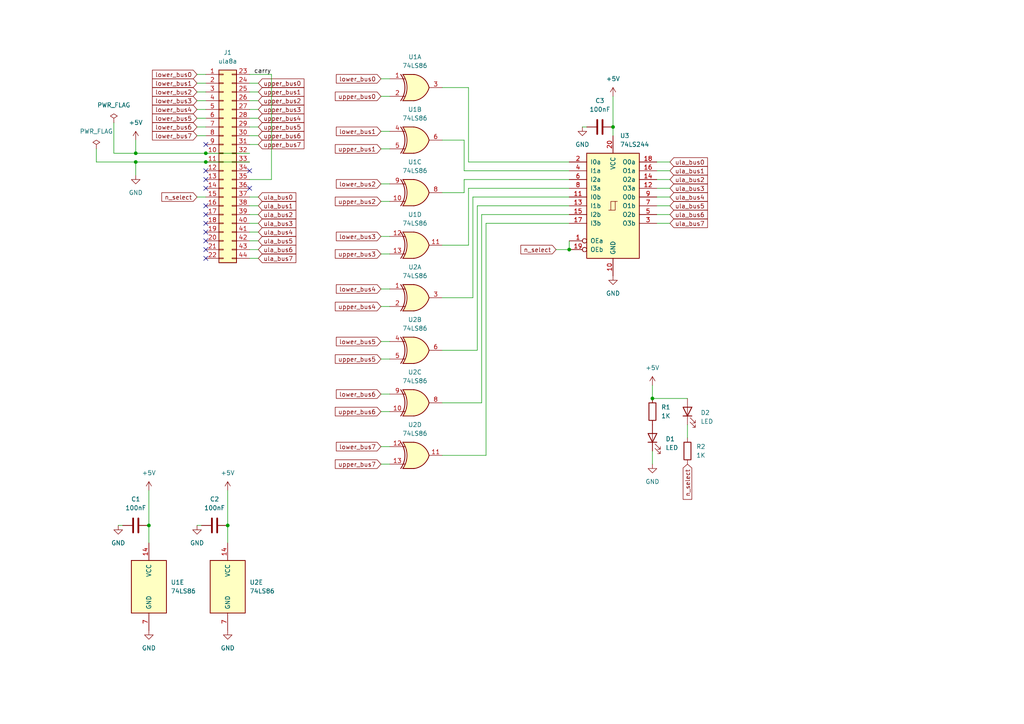
<source format=kicad_sch>
(kicad_sch (version 20211123) (generator eeschema)

  (uuid eb1fe18a-157a-4d6c-948b-f254765238e9)

  (paper "A4")

  (lib_symbols
    (symbol "74xx:74LS244" (pin_names (offset 1.016)) (in_bom yes) (on_board yes)
      (property "Reference" "U" (id 0) (at -7.62 16.51 0)
        (effects (font (size 1.27 1.27)))
      )
      (property "Value" "74LS244" (id 1) (at -7.62 -16.51 0)
        (effects (font (size 1.27 1.27)))
      )
      (property "Footprint" "" (id 2) (at 0 0 0)
        (effects (font (size 1.27 1.27)) hide)
      )
      (property "Datasheet" "http://www.ti.com/lit/ds/symlink/sn74ls244.pdf" (id 3) (at 0 0 0)
        (effects (font (size 1.27 1.27)) hide)
      )
      (property "ki_keywords" "7400 logic ttl low power schottky" (id 4) (at 0 0 0)
        (effects (font (size 1.27 1.27)) hide)
      )
      (property "ki_description" "Octal Buffer and Line Driver With 3-State Output, active-low enables, non-inverting outputs" (id 5) (at 0 0 0)
        (effects (font (size 1.27 1.27)) hide)
      )
      (property "ki_fp_filters" "DIP?20*" (id 6) (at 0 0 0)
        (effects (font (size 1.27 1.27)) hide)
      )
      (symbol "74LS244_1_0"
        (polyline
          (pts
            (xy -0.635 -1.27)
            (xy -0.635 1.27)
            (xy 0.635 1.27)
          )
          (stroke (width 0) (type default) (color 0 0 0 0))
          (fill (type none))
        )
        (polyline
          (pts
            (xy -1.27 -1.27)
            (xy 0.635 -1.27)
            (xy 0.635 1.27)
            (xy 1.27 1.27)
          )
          (stroke (width 0) (type default) (color 0 0 0 0))
          (fill (type none))
        )
        (pin input inverted (at -12.7 -10.16 0) (length 5.08)
          (name "OEa" (effects (font (size 1.27 1.27))))
          (number "1" (effects (font (size 1.27 1.27))))
        )
        (pin power_in line (at 0 -20.32 90) (length 5.08)
          (name "GND" (effects (font (size 1.27 1.27))))
          (number "10" (effects (font (size 1.27 1.27))))
        )
        (pin input line (at -12.7 2.54 0) (length 5.08)
          (name "I0b" (effects (font (size 1.27 1.27))))
          (number "11" (effects (font (size 1.27 1.27))))
        )
        (pin tri_state line (at 12.7 5.08 180) (length 5.08)
          (name "O3a" (effects (font (size 1.27 1.27))))
          (number "12" (effects (font (size 1.27 1.27))))
        )
        (pin input line (at -12.7 0 0) (length 5.08)
          (name "I1b" (effects (font (size 1.27 1.27))))
          (number "13" (effects (font (size 1.27 1.27))))
        )
        (pin tri_state line (at 12.7 7.62 180) (length 5.08)
          (name "O2a" (effects (font (size 1.27 1.27))))
          (number "14" (effects (font (size 1.27 1.27))))
        )
        (pin input line (at -12.7 -2.54 0) (length 5.08)
          (name "I2b" (effects (font (size 1.27 1.27))))
          (number "15" (effects (font (size 1.27 1.27))))
        )
        (pin tri_state line (at 12.7 10.16 180) (length 5.08)
          (name "O1a" (effects (font (size 1.27 1.27))))
          (number "16" (effects (font (size 1.27 1.27))))
        )
        (pin input line (at -12.7 -5.08 0) (length 5.08)
          (name "I3b" (effects (font (size 1.27 1.27))))
          (number "17" (effects (font (size 1.27 1.27))))
        )
        (pin tri_state line (at 12.7 12.7 180) (length 5.08)
          (name "O0a" (effects (font (size 1.27 1.27))))
          (number "18" (effects (font (size 1.27 1.27))))
        )
        (pin input inverted (at -12.7 -12.7 0) (length 5.08)
          (name "OEb" (effects (font (size 1.27 1.27))))
          (number "19" (effects (font (size 1.27 1.27))))
        )
        (pin input line (at -12.7 12.7 0) (length 5.08)
          (name "I0a" (effects (font (size 1.27 1.27))))
          (number "2" (effects (font (size 1.27 1.27))))
        )
        (pin power_in line (at 0 20.32 270) (length 5.08)
          (name "VCC" (effects (font (size 1.27 1.27))))
          (number "20" (effects (font (size 1.27 1.27))))
        )
        (pin tri_state line (at 12.7 -5.08 180) (length 5.08)
          (name "O3b" (effects (font (size 1.27 1.27))))
          (number "3" (effects (font (size 1.27 1.27))))
        )
        (pin input line (at -12.7 10.16 0) (length 5.08)
          (name "I1a" (effects (font (size 1.27 1.27))))
          (number "4" (effects (font (size 1.27 1.27))))
        )
        (pin tri_state line (at 12.7 -2.54 180) (length 5.08)
          (name "O2b" (effects (font (size 1.27 1.27))))
          (number "5" (effects (font (size 1.27 1.27))))
        )
        (pin input line (at -12.7 7.62 0) (length 5.08)
          (name "I2a" (effects (font (size 1.27 1.27))))
          (number "6" (effects (font (size 1.27 1.27))))
        )
        (pin tri_state line (at 12.7 0 180) (length 5.08)
          (name "O1b" (effects (font (size 1.27 1.27))))
          (number "7" (effects (font (size 1.27 1.27))))
        )
        (pin input line (at -12.7 5.08 0) (length 5.08)
          (name "I3a" (effects (font (size 1.27 1.27))))
          (number "8" (effects (font (size 1.27 1.27))))
        )
        (pin tri_state line (at 12.7 2.54 180) (length 5.08)
          (name "O0b" (effects (font (size 1.27 1.27))))
          (number "9" (effects (font (size 1.27 1.27))))
        )
      )
      (symbol "74LS244_1_1"
        (rectangle (start -7.62 15.24) (end 7.62 -15.24)
          (stroke (width 0.254) (type default) (color 0 0 0 0))
          (fill (type background))
        )
      )
    )
    (symbol "74xx:74LS86" (pin_names (offset 1.016)) (in_bom yes) (on_board yes)
      (property "Reference" "U" (id 0) (at 0 1.27 0)
        (effects (font (size 1.27 1.27)))
      )
      (property "Value" "74LS86" (id 1) (at 0 -1.27 0)
        (effects (font (size 1.27 1.27)))
      )
      (property "Footprint" "" (id 2) (at 0 0 0)
        (effects (font (size 1.27 1.27)) hide)
      )
      (property "Datasheet" "74xx/74ls86.pdf" (id 3) (at 0 0 0)
        (effects (font (size 1.27 1.27)) hide)
      )
      (property "ki_locked" "" (id 4) (at 0 0 0)
        (effects (font (size 1.27 1.27)))
      )
      (property "ki_keywords" "TTL XOR2" (id 5) (at 0 0 0)
        (effects (font (size 1.27 1.27)) hide)
      )
      (property "ki_description" "Quad 2-input XOR" (id 6) (at 0 0 0)
        (effects (font (size 1.27 1.27)) hide)
      )
      (property "ki_fp_filters" "DIP*W7.62mm*" (id 7) (at 0 0 0)
        (effects (font (size 1.27 1.27)) hide)
      )
      (symbol "74LS86_1_0"
        (arc (start -4.4196 -3.81) (mid -3.2033 0) (end -4.4196 3.81)
          (stroke (width 0.254) (type default) (color 0 0 0 0))
          (fill (type none))
        )
        (arc (start -3.81 -3.81) (mid -2.589 0) (end -3.81 3.81)
          (stroke (width 0.254) (type default) (color 0 0 0 0))
          (fill (type none))
        )
        (arc (start -0.6096 -3.81) (mid 2.1842 -2.5851) (end 3.81 0)
          (stroke (width 0.254) (type default) (color 0 0 0 0))
          (fill (type background))
        )
        (polyline
          (pts
            (xy -3.81 -3.81)
            (xy -0.635 -3.81)
          )
          (stroke (width 0.254) (type default) (color 0 0 0 0))
          (fill (type background))
        )
        (polyline
          (pts
            (xy -3.81 3.81)
            (xy -0.635 3.81)
          )
          (stroke (width 0.254) (type default) (color 0 0 0 0))
          (fill (type background))
        )
        (polyline
          (pts
            (xy -0.635 3.81)
            (xy -3.81 3.81)
            (xy -3.81 3.81)
            (xy -3.556 3.4036)
            (xy -3.0226 2.2606)
            (xy -2.6924 1.0414)
            (xy -2.6162 -0.254)
            (xy -2.7686 -1.4986)
            (xy -3.175 -2.7178)
            (xy -3.81 -3.81)
            (xy -3.81 -3.81)
            (xy -0.635 -3.81)
          )
          (stroke (width -25.4) (type default) (color 0 0 0 0))
          (fill (type background))
        )
        (arc (start 3.81 0) (mid 2.1915 2.5936) (end -0.6096 3.81)
          (stroke (width 0.254) (type default) (color 0 0 0 0))
          (fill (type background))
        )
        (pin input line (at -7.62 2.54 0) (length 4.445)
          (name "~" (effects (font (size 1.27 1.27))))
          (number "1" (effects (font (size 1.27 1.27))))
        )
        (pin input line (at -7.62 -2.54 0) (length 4.445)
          (name "~" (effects (font (size 1.27 1.27))))
          (number "2" (effects (font (size 1.27 1.27))))
        )
        (pin output line (at 7.62 0 180) (length 3.81)
          (name "~" (effects (font (size 1.27 1.27))))
          (number "3" (effects (font (size 1.27 1.27))))
        )
      )
      (symbol "74LS86_1_1"
        (polyline
          (pts
            (xy -3.81 -2.54)
            (xy -3.175 -2.54)
          )
          (stroke (width 0.1524) (type default) (color 0 0 0 0))
          (fill (type none))
        )
        (polyline
          (pts
            (xy -3.81 2.54)
            (xy -3.175 2.54)
          )
          (stroke (width 0.1524) (type default) (color 0 0 0 0))
          (fill (type none))
        )
      )
      (symbol "74LS86_2_0"
        (arc (start -4.4196 -3.81) (mid -3.2033 0) (end -4.4196 3.81)
          (stroke (width 0.254) (type default) (color 0 0 0 0))
          (fill (type none))
        )
        (arc (start -3.81 -3.81) (mid -2.589 0) (end -3.81 3.81)
          (stroke (width 0.254) (type default) (color 0 0 0 0))
          (fill (type none))
        )
        (arc (start -0.6096 -3.81) (mid 2.1842 -2.5851) (end 3.81 0)
          (stroke (width 0.254) (type default) (color 0 0 0 0))
          (fill (type background))
        )
        (polyline
          (pts
            (xy -3.81 -3.81)
            (xy -0.635 -3.81)
          )
          (stroke (width 0.254) (type default) (color 0 0 0 0))
          (fill (type background))
        )
        (polyline
          (pts
            (xy -3.81 3.81)
            (xy -0.635 3.81)
          )
          (stroke (width 0.254) (type default) (color 0 0 0 0))
          (fill (type background))
        )
        (polyline
          (pts
            (xy -0.635 3.81)
            (xy -3.81 3.81)
            (xy -3.81 3.81)
            (xy -3.556 3.4036)
            (xy -3.0226 2.2606)
            (xy -2.6924 1.0414)
            (xy -2.6162 -0.254)
            (xy -2.7686 -1.4986)
            (xy -3.175 -2.7178)
            (xy -3.81 -3.81)
            (xy -3.81 -3.81)
            (xy -0.635 -3.81)
          )
          (stroke (width -25.4) (type default) (color 0 0 0 0))
          (fill (type background))
        )
        (arc (start 3.81 0) (mid 2.1915 2.5936) (end -0.6096 3.81)
          (stroke (width 0.254) (type default) (color 0 0 0 0))
          (fill (type background))
        )
        (pin input line (at -7.62 2.54 0) (length 4.445)
          (name "~" (effects (font (size 1.27 1.27))))
          (number "4" (effects (font (size 1.27 1.27))))
        )
        (pin input line (at -7.62 -2.54 0) (length 4.445)
          (name "~" (effects (font (size 1.27 1.27))))
          (number "5" (effects (font (size 1.27 1.27))))
        )
        (pin output line (at 7.62 0 180) (length 3.81)
          (name "~" (effects (font (size 1.27 1.27))))
          (number "6" (effects (font (size 1.27 1.27))))
        )
      )
      (symbol "74LS86_2_1"
        (polyline
          (pts
            (xy -3.81 -2.54)
            (xy -3.175 -2.54)
          )
          (stroke (width 0.1524) (type default) (color 0 0 0 0))
          (fill (type none))
        )
        (polyline
          (pts
            (xy -3.81 2.54)
            (xy -3.175 2.54)
          )
          (stroke (width 0.1524) (type default) (color 0 0 0 0))
          (fill (type none))
        )
      )
      (symbol "74LS86_3_0"
        (arc (start -4.4196 -3.81) (mid -3.2033 0) (end -4.4196 3.81)
          (stroke (width 0.254) (type default) (color 0 0 0 0))
          (fill (type none))
        )
        (arc (start -3.81 -3.81) (mid -2.589 0) (end -3.81 3.81)
          (stroke (width 0.254) (type default) (color 0 0 0 0))
          (fill (type none))
        )
        (arc (start -0.6096 -3.81) (mid 2.1842 -2.5851) (end 3.81 0)
          (stroke (width 0.254) (type default) (color 0 0 0 0))
          (fill (type background))
        )
        (polyline
          (pts
            (xy -3.81 -3.81)
            (xy -0.635 -3.81)
          )
          (stroke (width 0.254) (type default) (color 0 0 0 0))
          (fill (type background))
        )
        (polyline
          (pts
            (xy -3.81 3.81)
            (xy -0.635 3.81)
          )
          (stroke (width 0.254) (type default) (color 0 0 0 0))
          (fill (type background))
        )
        (polyline
          (pts
            (xy -0.635 3.81)
            (xy -3.81 3.81)
            (xy -3.81 3.81)
            (xy -3.556 3.4036)
            (xy -3.0226 2.2606)
            (xy -2.6924 1.0414)
            (xy -2.6162 -0.254)
            (xy -2.7686 -1.4986)
            (xy -3.175 -2.7178)
            (xy -3.81 -3.81)
            (xy -3.81 -3.81)
            (xy -0.635 -3.81)
          )
          (stroke (width -25.4) (type default) (color 0 0 0 0))
          (fill (type background))
        )
        (arc (start 3.81 0) (mid 2.1915 2.5936) (end -0.6096 3.81)
          (stroke (width 0.254) (type default) (color 0 0 0 0))
          (fill (type background))
        )
        (pin input line (at -7.62 -2.54 0) (length 4.445)
          (name "~" (effects (font (size 1.27 1.27))))
          (number "10" (effects (font (size 1.27 1.27))))
        )
        (pin output line (at 7.62 0 180) (length 3.81)
          (name "~" (effects (font (size 1.27 1.27))))
          (number "8" (effects (font (size 1.27 1.27))))
        )
        (pin input line (at -7.62 2.54 0) (length 4.445)
          (name "~" (effects (font (size 1.27 1.27))))
          (number "9" (effects (font (size 1.27 1.27))))
        )
      )
      (symbol "74LS86_3_1"
        (polyline
          (pts
            (xy -3.81 -2.54)
            (xy -3.175 -2.54)
          )
          (stroke (width 0.1524) (type default) (color 0 0 0 0))
          (fill (type none))
        )
        (polyline
          (pts
            (xy -3.81 2.54)
            (xy -3.175 2.54)
          )
          (stroke (width 0.1524) (type default) (color 0 0 0 0))
          (fill (type none))
        )
      )
      (symbol "74LS86_4_0"
        (arc (start -4.4196 -3.81) (mid -3.2033 0) (end -4.4196 3.81)
          (stroke (width 0.254) (type default) (color 0 0 0 0))
          (fill (type none))
        )
        (arc (start -3.81 -3.81) (mid -2.589 0) (end -3.81 3.81)
          (stroke (width 0.254) (type default) (color 0 0 0 0))
          (fill (type none))
        )
        (arc (start -0.6096 -3.81) (mid 2.1842 -2.5851) (end 3.81 0)
          (stroke (width 0.254) (type default) (color 0 0 0 0))
          (fill (type background))
        )
        (polyline
          (pts
            (xy -3.81 -3.81)
            (xy -0.635 -3.81)
          )
          (stroke (width 0.254) (type default) (color 0 0 0 0))
          (fill (type background))
        )
        (polyline
          (pts
            (xy -3.81 3.81)
            (xy -0.635 3.81)
          )
          (stroke (width 0.254) (type default) (color 0 0 0 0))
          (fill (type background))
        )
        (polyline
          (pts
            (xy -0.635 3.81)
            (xy -3.81 3.81)
            (xy -3.81 3.81)
            (xy -3.556 3.4036)
            (xy -3.0226 2.2606)
            (xy -2.6924 1.0414)
            (xy -2.6162 -0.254)
            (xy -2.7686 -1.4986)
            (xy -3.175 -2.7178)
            (xy -3.81 -3.81)
            (xy -3.81 -3.81)
            (xy -0.635 -3.81)
          )
          (stroke (width -25.4) (type default) (color 0 0 0 0))
          (fill (type background))
        )
        (arc (start 3.81 0) (mid 2.1915 2.5936) (end -0.6096 3.81)
          (stroke (width 0.254) (type default) (color 0 0 0 0))
          (fill (type background))
        )
        (pin output line (at 7.62 0 180) (length 3.81)
          (name "~" (effects (font (size 1.27 1.27))))
          (number "11" (effects (font (size 1.27 1.27))))
        )
        (pin input line (at -7.62 2.54 0) (length 4.445)
          (name "~" (effects (font (size 1.27 1.27))))
          (number "12" (effects (font (size 1.27 1.27))))
        )
        (pin input line (at -7.62 -2.54 0) (length 4.445)
          (name "~" (effects (font (size 1.27 1.27))))
          (number "13" (effects (font (size 1.27 1.27))))
        )
      )
      (symbol "74LS86_4_1"
        (polyline
          (pts
            (xy -3.81 -2.54)
            (xy -3.175 -2.54)
          )
          (stroke (width 0.1524) (type default) (color 0 0 0 0))
          (fill (type none))
        )
        (polyline
          (pts
            (xy -3.81 2.54)
            (xy -3.175 2.54)
          )
          (stroke (width 0.1524) (type default) (color 0 0 0 0))
          (fill (type none))
        )
      )
      (symbol "74LS86_5_0"
        (pin power_in line (at 0 12.7 270) (length 5.08)
          (name "VCC" (effects (font (size 1.27 1.27))))
          (number "14" (effects (font (size 1.27 1.27))))
        )
        (pin power_in line (at 0 -12.7 90) (length 5.08)
          (name "GND" (effects (font (size 1.27 1.27))))
          (number "7" (effects (font (size 1.27 1.27))))
        )
      )
      (symbol "74LS86_5_1"
        (rectangle (start -5.08 7.62) (end 5.08 -7.62)
          (stroke (width 0.254) (type default) (color 0 0 0 0))
          (fill (type background))
        )
      )
    )
    (symbol "Connector_Generic:Conn_02x22_Top_Bottom" (pin_names (offset 1.016) hide) (in_bom yes) (on_board yes)
      (property "Reference" "J" (id 0) (at 1.27 27.94 0)
        (effects (font (size 1.27 1.27)))
      )
      (property "Value" "Conn_02x22_Top_Bottom" (id 1) (at 1.27 -30.48 0)
        (effects (font (size 1.27 1.27)))
      )
      (property "Footprint" "" (id 2) (at 0 0 0)
        (effects (font (size 1.27 1.27)) hide)
      )
      (property "Datasheet" "~" (id 3) (at 0 0 0)
        (effects (font (size 1.27 1.27)) hide)
      )
      (property "ki_keywords" "connector" (id 4) (at 0 0 0)
        (effects (font (size 1.27 1.27)) hide)
      )
      (property "ki_description" "Generic connector, double row, 02x22, top/bottom pin numbering scheme (row 1: 1...pins_per_row, row2: pins_per_row+1 ... num_pins), script generated (kicad-library-utils/schlib/autogen/connector/)" (id 5) (at 0 0 0)
        (effects (font (size 1.27 1.27)) hide)
      )
      (property "ki_fp_filters" "Connector*:*_2x??_*" (id 6) (at 0 0 0)
        (effects (font (size 1.27 1.27)) hide)
      )
      (symbol "Conn_02x22_Top_Bottom_1_1"
        (rectangle (start -1.27 -27.813) (end 0 -28.067)
          (stroke (width 0.1524) (type default) (color 0 0 0 0))
          (fill (type none))
        )
        (rectangle (start -1.27 -25.273) (end 0 -25.527)
          (stroke (width 0.1524) (type default) (color 0 0 0 0))
          (fill (type none))
        )
        (rectangle (start -1.27 -22.733) (end 0 -22.987)
          (stroke (width 0.1524) (type default) (color 0 0 0 0))
          (fill (type none))
        )
        (rectangle (start -1.27 -20.193) (end 0 -20.447)
          (stroke (width 0.1524) (type default) (color 0 0 0 0))
          (fill (type none))
        )
        (rectangle (start -1.27 -17.653) (end 0 -17.907)
          (stroke (width 0.1524) (type default) (color 0 0 0 0))
          (fill (type none))
        )
        (rectangle (start -1.27 -15.113) (end 0 -15.367)
          (stroke (width 0.1524) (type default) (color 0 0 0 0))
          (fill (type none))
        )
        (rectangle (start -1.27 -12.573) (end 0 -12.827)
          (stroke (width 0.1524) (type default) (color 0 0 0 0))
          (fill (type none))
        )
        (rectangle (start -1.27 -10.033) (end 0 -10.287)
          (stroke (width 0.1524) (type default) (color 0 0 0 0))
          (fill (type none))
        )
        (rectangle (start -1.27 -7.493) (end 0 -7.747)
          (stroke (width 0.1524) (type default) (color 0 0 0 0))
          (fill (type none))
        )
        (rectangle (start -1.27 -4.953) (end 0 -5.207)
          (stroke (width 0.1524) (type default) (color 0 0 0 0))
          (fill (type none))
        )
        (rectangle (start -1.27 -2.413) (end 0 -2.667)
          (stroke (width 0.1524) (type default) (color 0 0 0 0))
          (fill (type none))
        )
        (rectangle (start -1.27 0.127) (end 0 -0.127)
          (stroke (width 0.1524) (type default) (color 0 0 0 0))
          (fill (type none))
        )
        (rectangle (start -1.27 2.667) (end 0 2.413)
          (stroke (width 0.1524) (type default) (color 0 0 0 0))
          (fill (type none))
        )
        (rectangle (start -1.27 5.207) (end 0 4.953)
          (stroke (width 0.1524) (type default) (color 0 0 0 0))
          (fill (type none))
        )
        (rectangle (start -1.27 7.747) (end 0 7.493)
          (stroke (width 0.1524) (type default) (color 0 0 0 0))
          (fill (type none))
        )
        (rectangle (start -1.27 10.287) (end 0 10.033)
          (stroke (width 0.1524) (type default) (color 0 0 0 0))
          (fill (type none))
        )
        (rectangle (start -1.27 12.827) (end 0 12.573)
          (stroke (width 0.1524) (type default) (color 0 0 0 0))
          (fill (type none))
        )
        (rectangle (start -1.27 15.367) (end 0 15.113)
          (stroke (width 0.1524) (type default) (color 0 0 0 0))
          (fill (type none))
        )
        (rectangle (start -1.27 17.907) (end 0 17.653)
          (stroke (width 0.1524) (type default) (color 0 0 0 0))
          (fill (type none))
        )
        (rectangle (start -1.27 20.447) (end 0 20.193)
          (stroke (width 0.1524) (type default) (color 0 0 0 0))
          (fill (type none))
        )
        (rectangle (start -1.27 22.987) (end 0 22.733)
          (stroke (width 0.1524) (type default) (color 0 0 0 0))
          (fill (type none))
        )
        (rectangle (start -1.27 25.527) (end 0 25.273)
          (stroke (width 0.1524) (type default) (color 0 0 0 0))
          (fill (type none))
        )
        (rectangle (start -1.27 26.67) (end 3.81 -29.21)
          (stroke (width 0.254) (type default) (color 0 0 0 0))
          (fill (type background))
        )
        (rectangle (start 3.81 -27.813) (end 2.54 -28.067)
          (stroke (width 0.1524) (type default) (color 0 0 0 0))
          (fill (type none))
        )
        (rectangle (start 3.81 -25.273) (end 2.54 -25.527)
          (stroke (width 0.1524) (type default) (color 0 0 0 0))
          (fill (type none))
        )
        (rectangle (start 3.81 -22.733) (end 2.54 -22.987)
          (stroke (width 0.1524) (type default) (color 0 0 0 0))
          (fill (type none))
        )
        (rectangle (start 3.81 -20.193) (end 2.54 -20.447)
          (stroke (width 0.1524) (type default) (color 0 0 0 0))
          (fill (type none))
        )
        (rectangle (start 3.81 -17.653) (end 2.54 -17.907)
          (stroke (width 0.1524) (type default) (color 0 0 0 0))
          (fill (type none))
        )
        (rectangle (start 3.81 -15.113) (end 2.54 -15.367)
          (stroke (width 0.1524) (type default) (color 0 0 0 0))
          (fill (type none))
        )
        (rectangle (start 3.81 -12.573) (end 2.54 -12.827)
          (stroke (width 0.1524) (type default) (color 0 0 0 0))
          (fill (type none))
        )
        (rectangle (start 3.81 -10.033) (end 2.54 -10.287)
          (stroke (width 0.1524) (type default) (color 0 0 0 0))
          (fill (type none))
        )
        (rectangle (start 3.81 -7.493) (end 2.54 -7.747)
          (stroke (width 0.1524) (type default) (color 0 0 0 0))
          (fill (type none))
        )
        (rectangle (start 3.81 -4.953) (end 2.54 -5.207)
          (stroke (width 0.1524) (type default) (color 0 0 0 0))
          (fill (type none))
        )
        (rectangle (start 3.81 -2.413) (end 2.54 -2.667)
          (stroke (width 0.1524) (type default) (color 0 0 0 0))
          (fill (type none))
        )
        (rectangle (start 3.81 0.127) (end 2.54 -0.127)
          (stroke (width 0.1524) (type default) (color 0 0 0 0))
          (fill (type none))
        )
        (rectangle (start 3.81 2.667) (end 2.54 2.413)
          (stroke (width 0.1524) (type default) (color 0 0 0 0))
          (fill (type none))
        )
        (rectangle (start 3.81 5.207) (end 2.54 4.953)
          (stroke (width 0.1524) (type default) (color 0 0 0 0))
          (fill (type none))
        )
        (rectangle (start 3.81 7.747) (end 2.54 7.493)
          (stroke (width 0.1524) (type default) (color 0 0 0 0))
          (fill (type none))
        )
        (rectangle (start 3.81 10.287) (end 2.54 10.033)
          (stroke (width 0.1524) (type default) (color 0 0 0 0))
          (fill (type none))
        )
        (rectangle (start 3.81 12.827) (end 2.54 12.573)
          (stroke (width 0.1524) (type default) (color 0 0 0 0))
          (fill (type none))
        )
        (rectangle (start 3.81 15.367) (end 2.54 15.113)
          (stroke (width 0.1524) (type default) (color 0 0 0 0))
          (fill (type none))
        )
        (rectangle (start 3.81 17.907) (end 2.54 17.653)
          (stroke (width 0.1524) (type default) (color 0 0 0 0))
          (fill (type none))
        )
        (rectangle (start 3.81 20.447) (end 2.54 20.193)
          (stroke (width 0.1524) (type default) (color 0 0 0 0))
          (fill (type none))
        )
        (rectangle (start 3.81 22.987) (end 2.54 22.733)
          (stroke (width 0.1524) (type default) (color 0 0 0 0))
          (fill (type none))
        )
        (rectangle (start 3.81 25.527) (end 2.54 25.273)
          (stroke (width 0.1524) (type default) (color 0 0 0 0))
          (fill (type none))
        )
        (pin passive line (at -5.08 25.4 0) (length 3.81)
          (name "Pin_1" (effects (font (size 1.27 1.27))))
          (number "1" (effects (font (size 1.27 1.27))))
        )
        (pin passive line (at -5.08 2.54 0) (length 3.81)
          (name "Pin_10" (effects (font (size 1.27 1.27))))
          (number "10" (effects (font (size 1.27 1.27))))
        )
        (pin passive line (at -5.08 0 0) (length 3.81)
          (name "Pin_11" (effects (font (size 1.27 1.27))))
          (number "11" (effects (font (size 1.27 1.27))))
        )
        (pin passive line (at -5.08 -2.54 0) (length 3.81)
          (name "Pin_12" (effects (font (size 1.27 1.27))))
          (number "12" (effects (font (size 1.27 1.27))))
        )
        (pin passive line (at -5.08 -5.08 0) (length 3.81)
          (name "Pin_13" (effects (font (size 1.27 1.27))))
          (number "13" (effects (font (size 1.27 1.27))))
        )
        (pin passive line (at -5.08 -7.62 0) (length 3.81)
          (name "Pin_14" (effects (font (size 1.27 1.27))))
          (number "14" (effects (font (size 1.27 1.27))))
        )
        (pin passive line (at -5.08 -10.16 0) (length 3.81)
          (name "Pin_15" (effects (font (size 1.27 1.27))))
          (number "15" (effects (font (size 1.27 1.27))))
        )
        (pin passive line (at -5.08 -12.7 0) (length 3.81)
          (name "Pin_16" (effects (font (size 1.27 1.27))))
          (number "16" (effects (font (size 1.27 1.27))))
        )
        (pin passive line (at -5.08 -15.24 0) (length 3.81)
          (name "Pin_17" (effects (font (size 1.27 1.27))))
          (number "17" (effects (font (size 1.27 1.27))))
        )
        (pin passive line (at -5.08 -17.78 0) (length 3.81)
          (name "Pin_18" (effects (font (size 1.27 1.27))))
          (number "18" (effects (font (size 1.27 1.27))))
        )
        (pin passive line (at -5.08 -20.32 0) (length 3.81)
          (name "Pin_19" (effects (font (size 1.27 1.27))))
          (number "19" (effects (font (size 1.27 1.27))))
        )
        (pin passive line (at -5.08 22.86 0) (length 3.81)
          (name "Pin_2" (effects (font (size 1.27 1.27))))
          (number "2" (effects (font (size 1.27 1.27))))
        )
        (pin passive line (at -5.08 -22.86 0) (length 3.81)
          (name "Pin_20" (effects (font (size 1.27 1.27))))
          (number "20" (effects (font (size 1.27 1.27))))
        )
        (pin passive line (at -5.08 -25.4 0) (length 3.81)
          (name "Pin_21" (effects (font (size 1.27 1.27))))
          (number "21" (effects (font (size 1.27 1.27))))
        )
        (pin passive line (at -5.08 -27.94 0) (length 3.81)
          (name "Pin_22" (effects (font (size 1.27 1.27))))
          (number "22" (effects (font (size 1.27 1.27))))
        )
        (pin passive line (at 7.62 25.4 180) (length 3.81)
          (name "Pin_23" (effects (font (size 1.27 1.27))))
          (number "23" (effects (font (size 1.27 1.27))))
        )
        (pin passive line (at 7.62 22.86 180) (length 3.81)
          (name "Pin_24" (effects (font (size 1.27 1.27))))
          (number "24" (effects (font (size 1.27 1.27))))
        )
        (pin passive line (at 7.62 20.32 180) (length 3.81)
          (name "Pin_25" (effects (font (size 1.27 1.27))))
          (number "25" (effects (font (size 1.27 1.27))))
        )
        (pin passive line (at 7.62 17.78 180) (length 3.81)
          (name "Pin_26" (effects (font (size 1.27 1.27))))
          (number "26" (effects (font (size 1.27 1.27))))
        )
        (pin passive line (at 7.62 15.24 180) (length 3.81)
          (name "Pin_27" (effects (font (size 1.27 1.27))))
          (number "27" (effects (font (size 1.27 1.27))))
        )
        (pin passive line (at 7.62 12.7 180) (length 3.81)
          (name "Pin_28" (effects (font (size 1.27 1.27))))
          (number "28" (effects (font (size 1.27 1.27))))
        )
        (pin passive line (at 7.62 10.16 180) (length 3.81)
          (name "Pin_29" (effects (font (size 1.27 1.27))))
          (number "29" (effects (font (size 1.27 1.27))))
        )
        (pin passive line (at -5.08 20.32 0) (length 3.81)
          (name "Pin_3" (effects (font (size 1.27 1.27))))
          (number "3" (effects (font (size 1.27 1.27))))
        )
        (pin passive line (at 7.62 7.62 180) (length 3.81)
          (name "Pin_30" (effects (font (size 1.27 1.27))))
          (number "30" (effects (font (size 1.27 1.27))))
        )
        (pin passive line (at 7.62 5.08 180) (length 3.81)
          (name "Pin_31" (effects (font (size 1.27 1.27))))
          (number "31" (effects (font (size 1.27 1.27))))
        )
        (pin passive line (at 7.62 2.54 180) (length 3.81)
          (name "Pin_32" (effects (font (size 1.27 1.27))))
          (number "32" (effects (font (size 1.27 1.27))))
        )
        (pin passive line (at 7.62 0 180) (length 3.81)
          (name "Pin_33" (effects (font (size 1.27 1.27))))
          (number "33" (effects (font (size 1.27 1.27))))
        )
        (pin passive line (at 7.62 -2.54 180) (length 3.81)
          (name "Pin_34" (effects (font (size 1.27 1.27))))
          (number "34" (effects (font (size 1.27 1.27))))
        )
        (pin passive line (at 7.62 -5.08 180) (length 3.81)
          (name "Pin_35" (effects (font (size 1.27 1.27))))
          (number "35" (effects (font (size 1.27 1.27))))
        )
        (pin passive line (at 7.62 -7.62 180) (length 3.81)
          (name "Pin_36" (effects (font (size 1.27 1.27))))
          (number "36" (effects (font (size 1.27 1.27))))
        )
        (pin passive line (at 7.62 -10.16 180) (length 3.81)
          (name "Pin_37" (effects (font (size 1.27 1.27))))
          (number "37" (effects (font (size 1.27 1.27))))
        )
        (pin passive line (at 7.62 -12.7 180) (length 3.81)
          (name "Pin_38" (effects (font (size 1.27 1.27))))
          (number "38" (effects (font (size 1.27 1.27))))
        )
        (pin passive line (at 7.62 -15.24 180) (length 3.81)
          (name "Pin_39" (effects (font (size 1.27 1.27))))
          (number "39" (effects (font (size 1.27 1.27))))
        )
        (pin passive line (at -5.08 17.78 0) (length 3.81)
          (name "Pin_4" (effects (font (size 1.27 1.27))))
          (number "4" (effects (font (size 1.27 1.27))))
        )
        (pin passive line (at 7.62 -17.78 180) (length 3.81)
          (name "Pin_40" (effects (font (size 1.27 1.27))))
          (number "40" (effects (font (size 1.27 1.27))))
        )
        (pin passive line (at 7.62 -20.32 180) (length 3.81)
          (name "Pin_41" (effects (font (size 1.27 1.27))))
          (number "41" (effects (font (size 1.27 1.27))))
        )
        (pin passive line (at 7.62 -22.86 180) (length 3.81)
          (name "Pin_42" (effects (font (size 1.27 1.27))))
          (number "42" (effects (font (size 1.27 1.27))))
        )
        (pin passive line (at 7.62 -25.4 180) (length 3.81)
          (name "Pin_43" (effects (font (size 1.27 1.27))))
          (number "43" (effects (font (size 1.27 1.27))))
        )
        (pin passive line (at 7.62 -27.94 180) (length 3.81)
          (name "Pin_44" (effects (font (size 1.27 1.27))))
          (number "44" (effects (font (size 1.27 1.27))))
        )
        (pin passive line (at -5.08 15.24 0) (length 3.81)
          (name "Pin_5" (effects (font (size 1.27 1.27))))
          (number "5" (effects (font (size 1.27 1.27))))
        )
        (pin passive line (at -5.08 12.7 0) (length 3.81)
          (name "Pin_6" (effects (font (size 1.27 1.27))))
          (number "6" (effects (font (size 1.27 1.27))))
        )
        (pin passive line (at -5.08 10.16 0) (length 3.81)
          (name "Pin_7" (effects (font (size 1.27 1.27))))
          (number "7" (effects (font (size 1.27 1.27))))
        )
        (pin passive line (at -5.08 7.62 0) (length 3.81)
          (name "Pin_8" (effects (font (size 1.27 1.27))))
          (number "8" (effects (font (size 1.27 1.27))))
        )
        (pin passive line (at -5.08 5.08 0) (length 3.81)
          (name "Pin_9" (effects (font (size 1.27 1.27))))
          (number "9" (effects (font (size 1.27 1.27))))
        )
      )
    )
    (symbol "Device:C" (pin_numbers hide) (pin_names (offset 0.254)) (in_bom yes) (on_board yes)
      (property "Reference" "C" (id 0) (at 0.635 2.54 0)
        (effects (font (size 1.27 1.27)) (justify left))
      )
      (property "Value" "C" (id 1) (at 0.635 -2.54 0)
        (effects (font (size 1.27 1.27)) (justify left))
      )
      (property "Footprint" "" (id 2) (at 0.9652 -3.81 0)
        (effects (font (size 1.27 1.27)) hide)
      )
      (property "Datasheet" "~" (id 3) (at 0 0 0)
        (effects (font (size 1.27 1.27)) hide)
      )
      (property "ki_keywords" "cap capacitor" (id 4) (at 0 0 0)
        (effects (font (size 1.27 1.27)) hide)
      )
      (property "ki_description" "Unpolarized capacitor" (id 5) (at 0 0 0)
        (effects (font (size 1.27 1.27)) hide)
      )
      (property "ki_fp_filters" "C_*" (id 6) (at 0 0 0)
        (effects (font (size 1.27 1.27)) hide)
      )
      (symbol "C_0_1"
        (polyline
          (pts
            (xy -2.032 -0.762)
            (xy 2.032 -0.762)
          )
          (stroke (width 0.508) (type default) (color 0 0 0 0))
          (fill (type none))
        )
        (polyline
          (pts
            (xy -2.032 0.762)
            (xy 2.032 0.762)
          )
          (stroke (width 0.508) (type default) (color 0 0 0 0))
          (fill (type none))
        )
      )
      (symbol "C_1_1"
        (pin passive line (at 0 3.81 270) (length 2.794)
          (name "~" (effects (font (size 1.27 1.27))))
          (number "1" (effects (font (size 1.27 1.27))))
        )
        (pin passive line (at 0 -3.81 90) (length 2.794)
          (name "~" (effects (font (size 1.27 1.27))))
          (number "2" (effects (font (size 1.27 1.27))))
        )
      )
    )
    (symbol "Device:LED" (pin_numbers hide) (pin_names (offset 1.016) hide) (in_bom yes) (on_board yes)
      (property "Reference" "D" (id 0) (at 0 2.54 0)
        (effects (font (size 1.27 1.27)))
      )
      (property "Value" "LED" (id 1) (at 0 -2.54 0)
        (effects (font (size 1.27 1.27)))
      )
      (property "Footprint" "" (id 2) (at 0 0 0)
        (effects (font (size 1.27 1.27)) hide)
      )
      (property "Datasheet" "~" (id 3) (at 0 0 0)
        (effects (font (size 1.27 1.27)) hide)
      )
      (property "ki_keywords" "LED diode" (id 4) (at 0 0 0)
        (effects (font (size 1.27 1.27)) hide)
      )
      (property "ki_description" "Light emitting diode" (id 5) (at 0 0 0)
        (effects (font (size 1.27 1.27)) hide)
      )
      (property "ki_fp_filters" "LED* LED_SMD:* LED_THT:*" (id 6) (at 0 0 0)
        (effects (font (size 1.27 1.27)) hide)
      )
      (symbol "LED_0_1"
        (polyline
          (pts
            (xy -1.27 -1.27)
            (xy -1.27 1.27)
          )
          (stroke (width 0.254) (type default) (color 0 0 0 0))
          (fill (type none))
        )
        (polyline
          (pts
            (xy -1.27 0)
            (xy 1.27 0)
          )
          (stroke (width 0) (type default) (color 0 0 0 0))
          (fill (type none))
        )
        (polyline
          (pts
            (xy 1.27 -1.27)
            (xy 1.27 1.27)
            (xy -1.27 0)
            (xy 1.27 -1.27)
          )
          (stroke (width 0.254) (type default) (color 0 0 0 0))
          (fill (type none))
        )
        (polyline
          (pts
            (xy -3.048 -0.762)
            (xy -4.572 -2.286)
            (xy -3.81 -2.286)
            (xy -4.572 -2.286)
            (xy -4.572 -1.524)
          )
          (stroke (width 0) (type default) (color 0 0 0 0))
          (fill (type none))
        )
        (polyline
          (pts
            (xy -1.778 -0.762)
            (xy -3.302 -2.286)
            (xy -2.54 -2.286)
            (xy -3.302 -2.286)
            (xy -3.302 -1.524)
          )
          (stroke (width 0) (type default) (color 0 0 0 0))
          (fill (type none))
        )
      )
      (symbol "LED_1_1"
        (pin passive line (at -3.81 0 0) (length 2.54)
          (name "K" (effects (font (size 1.27 1.27))))
          (number "1" (effects (font (size 1.27 1.27))))
        )
        (pin passive line (at 3.81 0 180) (length 2.54)
          (name "A" (effects (font (size 1.27 1.27))))
          (number "2" (effects (font (size 1.27 1.27))))
        )
      )
    )
    (symbol "Device:R" (pin_numbers hide) (pin_names (offset 0)) (in_bom yes) (on_board yes)
      (property "Reference" "R" (id 0) (at 2.032 0 90)
        (effects (font (size 1.27 1.27)))
      )
      (property "Value" "R" (id 1) (at 0 0 90)
        (effects (font (size 1.27 1.27)))
      )
      (property "Footprint" "" (id 2) (at -1.778 0 90)
        (effects (font (size 1.27 1.27)) hide)
      )
      (property "Datasheet" "~" (id 3) (at 0 0 0)
        (effects (font (size 1.27 1.27)) hide)
      )
      (property "ki_keywords" "R res resistor" (id 4) (at 0 0 0)
        (effects (font (size 1.27 1.27)) hide)
      )
      (property "ki_description" "Resistor" (id 5) (at 0 0 0)
        (effects (font (size 1.27 1.27)) hide)
      )
      (property "ki_fp_filters" "R_*" (id 6) (at 0 0 0)
        (effects (font (size 1.27 1.27)) hide)
      )
      (symbol "R_0_1"
        (rectangle (start -1.016 -2.54) (end 1.016 2.54)
          (stroke (width 0.254) (type default) (color 0 0 0 0))
          (fill (type none))
        )
      )
      (symbol "R_1_1"
        (pin passive line (at 0 3.81 270) (length 1.27)
          (name "~" (effects (font (size 1.27 1.27))))
          (number "1" (effects (font (size 1.27 1.27))))
        )
        (pin passive line (at 0 -3.81 90) (length 1.27)
          (name "~" (effects (font (size 1.27 1.27))))
          (number "2" (effects (font (size 1.27 1.27))))
        )
      )
    )
    (symbol "power:+5V" (power) (pin_names (offset 0)) (in_bom yes) (on_board yes)
      (property "Reference" "#PWR" (id 0) (at 0 -3.81 0)
        (effects (font (size 1.27 1.27)) hide)
      )
      (property "Value" "+5V" (id 1) (at 0 3.556 0)
        (effects (font (size 1.27 1.27)))
      )
      (property "Footprint" "" (id 2) (at 0 0 0)
        (effects (font (size 1.27 1.27)) hide)
      )
      (property "Datasheet" "" (id 3) (at 0 0 0)
        (effects (font (size 1.27 1.27)) hide)
      )
      (property "ki_keywords" "power-flag" (id 4) (at 0 0 0)
        (effects (font (size 1.27 1.27)) hide)
      )
      (property "ki_description" "Power symbol creates a global label with name \"+5V\"" (id 5) (at 0 0 0)
        (effects (font (size 1.27 1.27)) hide)
      )
      (symbol "+5V_0_1"
        (polyline
          (pts
            (xy -0.762 1.27)
            (xy 0 2.54)
          )
          (stroke (width 0) (type default) (color 0 0 0 0))
          (fill (type none))
        )
        (polyline
          (pts
            (xy 0 0)
            (xy 0 2.54)
          )
          (stroke (width 0) (type default) (color 0 0 0 0))
          (fill (type none))
        )
        (polyline
          (pts
            (xy 0 2.54)
            (xy 0.762 1.27)
          )
          (stroke (width 0) (type default) (color 0 0 0 0))
          (fill (type none))
        )
      )
      (symbol "+5V_1_1"
        (pin power_in line (at 0 0 90) (length 0) hide
          (name "+5V" (effects (font (size 1.27 1.27))))
          (number "1" (effects (font (size 1.27 1.27))))
        )
      )
    )
    (symbol "power:GND" (power) (pin_names (offset 0)) (in_bom yes) (on_board yes)
      (property "Reference" "#PWR" (id 0) (at 0 -6.35 0)
        (effects (font (size 1.27 1.27)) hide)
      )
      (property "Value" "GND" (id 1) (at 0 -3.81 0)
        (effects (font (size 1.27 1.27)))
      )
      (property "Footprint" "" (id 2) (at 0 0 0)
        (effects (font (size 1.27 1.27)) hide)
      )
      (property "Datasheet" "" (id 3) (at 0 0 0)
        (effects (font (size 1.27 1.27)) hide)
      )
      (property "ki_keywords" "power-flag" (id 4) (at 0 0 0)
        (effects (font (size 1.27 1.27)) hide)
      )
      (property "ki_description" "Power symbol creates a global label with name \"GND\" , ground" (id 5) (at 0 0 0)
        (effects (font (size 1.27 1.27)) hide)
      )
      (symbol "GND_0_1"
        (polyline
          (pts
            (xy 0 0)
            (xy 0 -1.27)
            (xy 1.27 -1.27)
            (xy 0 -2.54)
            (xy -1.27 -1.27)
            (xy 0 -1.27)
          )
          (stroke (width 0) (type default) (color 0 0 0 0))
          (fill (type none))
        )
      )
      (symbol "GND_1_1"
        (pin power_in line (at 0 0 270) (length 0) hide
          (name "GND" (effects (font (size 1.27 1.27))))
          (number "1" (effects (font (size 1.27 1.27))))
        )
      )
    )
    (symbol "power:PWR_FLAG" (power) (pin_numbers hide) (pin_names (offset 0) hide) (in_bom yes) (on_board yes)
      (property "Reference" "#FLG" (id 0) (at 0 1.905 0)
        (effects (font (size 1.27 1.27)) hide)
      )
      (property "Value" "PWR_FLAG" (id 1) (at 0 3.81 0)
        (effects (font (size 1.27 1.27)))
      )
      (property "Footprint" "" (id 2) (at 0 0 0)
        (effects (font (size 1.27 1.27)) hide)
      )
      (property "Datasheet" "~" (id 3) (at 0 0 0)
        (effects (font (size 1.27 1.27)) hide)
      )
      (property "ki_keywords" "power-flag" (id 4) (at 0 0 0)
        (effects (font (size 1.27 1.27)) hide)
      )
      (property "ki_description" "Special symbol for telling ERC where power comes from" (id 5) (at 0 0 0)
        (effects (font (size 1.27 1.27)) hide)
      )
      (symbol "PWR_FLAG_0_0"
        (pin power_out line (at 0 0 90) (length 0)
          (name "pwr" (effects (font (size 1.27 1.27))))
          (number "1" (effects (font (size 1.27 1.27))))
        )
      )
      (symbol "PWR_FLAG_0_1"
        (polyline
          (pts
            (xy 0 0)
            (xy 0 1.27)
            (xy -1.016 1.905)
            (xy 0 2.54)
            (xy 1.016 1.905)
            (xy 0 1.27)
          )
          (stroke (width 0) (type default) (color 0 0 0 0))
          (fill (type none))
        )
      )
    )
  )

  (junction (at 66.04 152.4) (diameter 0) (color 0 0 0 0)
    (uuid 059ab73b-c87e-4333-9b69-f0a55459ac71)
  )
  (junction (at 59.69 46.99) (diameter 0) (color 0 0 0 0)
    (uuid 64fbd6d4-9982-407a-81b5-c241430d9271)
  )
  (junction (at 39.37 44.45) (diameter 0) (color 0 0 0 0)
    (uuid 7c998aa7-83da-4c11-9145-e39ad76397d2)
  )
  (junction (at 189.23 115.57) (diameter 0) (color 0 0 0 0)
    (uuid 9fc8ff51-2e1e-4b33-91a3-d25a325e9c5d)
  )
  (junction (at 177.8 36.83) (diameter 0) (color 0 0 0 0)
    (uuid bde5e7ea-77e7-44be-9640-e729f3e43878)
  )
  (junction (at 165.1 72.39) (diameter 0) (color 0 0 0 0)
    (uuid cf34ffc5-7cba-4a53-9a28-8773eb2961f6)
  )
  (junction (at 59.69 44.45) (diameter 0) (color 0 0 0 0)
    (uuid e1500469-e652-4439-9379-539cfc5a2ba8)
  )
  (junction (at 43.18 152.4) (diameter 0) (color 0 0 0 0)
    (uuid e1c503ba-f66f-4eb2-a9f3-dc32a2689d00)
  )
  (junction (at 39.37 46.99) (diameter 0) (color 0 0 0 0)
    (uuid e73025a2-d354-4af0-bf23-74088772c2ba)
  )

  (no_connect (at 59.69 72.39) (uuid 1a4dd37c-6978-4a26-9edc-0a4f6a309ab2))
  (no_connect (at 59.69 67.31) (uuid 2df7bbc8-3c5b-4e35-8617-d6fcee9e46ae))
  (no_connect (at 59.69 41.91) (uuid 39a589cd-81e1-41cc-988b-acbb8a68cfd4))
  (no_connect (at 72.39 54.61) (uuid 3de0c1d7-448f-4a4b-91e2-e6514c253682))
  (no_connect (at 59.69 74.93) (uuid 667632dc-d097-491a-a056-0827d2df8b32))
  (no_connect (at 59.69 49.53) (uuid 6aaed51d-0773-4f5b-ad4c-7ff48f487954))
  (no_connect (at 59.69 59.69) (uuid 761e7fc0-8b00-435a-a285-7b1528119f79))
  (no_connect (at 72.39 49.53) (uuid 9abeacdc-adc9-47fb-85a9-f5cd0a3e7739))
  (no_connect (at 59.69 62.23) (uuid adee4f30-e55c-4e63-a0ae-8b222ae8e96b))
  (no_connect (at 59.69 52.07) (uuid d5aecd8e-ec5e-4a29-a258-ccb862fd6cac))
  (no_connect (at 59.69 54.61) (uuid f10468f7-dabe-4c68-9df5-52702631785a))
  (no_connect (at 59.69 69.85) (uuid f2abc7aa-dabf-4a36-9160-af1e1329a2c3))
  (no_connect (at 59.69 64.77) (uuid f8fab5df-bfaa-442f-b3d1-1f47fa0d9500))

  (wire (pts (xy 110.49 43.18) (xy 113.03 43.18))
    (stroke (width 0) (type default) (color 0 0 0 0))
    (uuid 023dc4c4-f4cf-4572-b43f-6203a052e016)
  )
  (wire (pts (xy 110.49 68.58) (xy 113.03 68.58))
    (stroke (width 0) (type default) (color 0 0 0 0))
    (uuid 04df0687-7b9a-49b7-9915-3d1f49486734)
  )
  (wire (pts (xy 74.93 62.23) (xy 72.39 62.23))
    (stroke (width 0) (type default) (color 0 0 0 0))
    (uuid 04f8457c-702c-45e0-88e1-59c567a28209)
  )
  (wire (pts (xy 110.49 22.86) (xy 113.03 22.86))
    (stroke (width 0) (type default) (color 0 0 0 0))
    (uuid 05a8c63e-fd38-44f6-a24e-2f348eaf33dd)
  )
  (wire (pts (xy 140.97 132.08) (xy 128.27 132.08))
    (stroke (width 0) (type default) (color 0 0 0 0))
    (uuid 081660e7-2212-4616-b257-5e54dfde9084)
  )
  (wire (pts (xy 177.8 27.94) (xy 177.8 36.83))
    (stroke (width 0) (type default) (color 0 0 0 0))
    (uuid 0955e941-3aea-4392-9be2-39df61ffe2be)
  )
  (wire (pts (xy 135.89 71.12) (xy 128.27 71.12))
    (stroke (width 0) (type default) (color 0 0 0 0))
    (uuid 0bb7ec94-db2e-4da2-ba85-c23ea2b72ac6)
  )
  (wire (pts (xy 165.1 52.07) (xy 134.62 52.07))
    (stroke (width 0) (type default) (color 0 0 0 0))
    (uuid 0c593381-c4b4-4f7c-80d7-08caf8a7ddbb)
  )
  (wire (pts (xy 134.62 49.53) (xy 165.1 49.53))
    (stroke (width 0) (type default) (color 0 0 0 0))
    (uuid 118d5710-2306-4cb7-9d34-b7d0f8feaf4c)
  )
  (wire (pts (xy 74.93 26.67) (xy 72.39 26.67))
    (stroke (width 0) (type default) (color 0 0 0 0))
    (uuid 139b1eb7-8aff-49aa-bbcb-2ac88b8a22a1)
  )
  (wire (pts (xy 194.31 49.53) (xy 190.5 49.53))
    (stroke (width 0) (type default) (color 0 0 0 0))
    (uuid 1480036e-490b-4f4b-bb0d-784896623c4b)
  )
  (wire (pts (xy 72.39 52.07) (xy 78.74 52.07))
    (stroke (width 0) (type default) (color 0 0 0 0))
    (uuid 18a4e036-9747-4405-8bda-4814e41aaefa)
  )
  (wire (pts (xy 43.18 142.24) (xy 43.18 152.4))
    (stroke (width 0) (type default) (color 0 0 0 0))
    (uuid 1d7317c5-d149-41dc-b6ce-9f5a10d63515)
  )
  (wire (pts (xy 74.93 29.21) (xy 72.39 29.21))
    (stroke (width 0) (type default) (color 0 0 0 0))
    (uuid 24f0793d-0524-4b4e-9bb1-fbcafeecd81e)
  )
  (wire (pts (xy 74.93 74.93) (xy 72.39 74.93))
    (stroke (width 0) (type default) (color 0 0 0 0))
    (uuid 25265eb8-d411-49ef-9194-a94ea9a5832f)
  )
  (wire (pts (xy 34.29 152.4) (xy 35.56 152.4))
    (stroke (width 0) (type default) (color 0 0 0 0))
    (uuid 2d15f9cb-1b88-4cd6-b52d-49d6dcbdd822)
  )
  (wire (pts (xy 140.97 64.77) (xy 140.97 132.08))
    (stroke (width 0) (type default) (color 0 0 0 0))
    (uuid 2d9d98d0-ef0f-478e-a9f1-b46342e46270)
  )
  (wire (pts (xy 165.1 62.23) (xy 139.7 62.23))
    (stroke (width 0) (type default) (color 0 0 0 0))
    (uuid 3305bef8-a15a-4aea-bdab-0e537b190301)
  )
  (wire (pts (xy 57.15 26.67) (xy 59.69 26.67))
    (stroke (width 0) (type default) (color 0 0 0 0))
    (uuid 367a1fb5-8df7-4231-bc0f-d80c45c06823)
  )
  (wire (pts (xy 43.18 152.4) (xy 43.18 157.48))
    (stroke (width 0) (type default) (color 0 0 0 0))
    (uuid 38af452a-72e7-4c19-8388-e4eea05bae47)
  )
  (wire (pts (xy 110.49 53.34) (xy 113.03 53.34))
    (stroke (width 0) (type default) (color 0 0 0 0))
    (uuid 38e3b93b-6a79-4d5e-a571-81ba2df865c8)
  )
  (wire (pts (xy 59.69 46.99) (xy 72.39 46.99))
    (stroke (width 0) (type default) (color 0 0 0 0))
    (uuid 3a97a5f2-5a84-43ba-83e4-384053590cb1)
  )
  (wire (pts (xy 110.49 129.54) (xy 113.03 129.54))
    (stroke (width 0) (type default) (color 0 0 0 0))
    (uuid 3b9c31fb-a2a2-459c-b038-d267189ce4f1)
  )
  (wire (pts (xy 74.93 72.39) (xy 72.39 72.39))
    (stroke (width 0) (type default) (color 0 0 0 0))
    (uuid 3f1fe2e1-f8cf-4aa1-8ab8-de0f198dfa05)
  )
  (wire (pts (xy 161.29 72.39) (xy 165.1 72.39))
    (stroke (width 0) (type default) (color 0 0 0 0))
    (uuid 4317420a-5b12-4b34-b2db-3b1ef8200638)
  )
  (wire (pts (xy 194.31 52.07) (xy 190.5 52.07))
    (stroke (width 0) (type default) (color 0 0 0 0))
    (uuid 444a36e5-c79c-4c1c-9246-ea4a5874cfe0)
  )
  (wire (pts (xy 57.15 29.21) (xy 59.69 29.21))
    (stroke (width 0) (type default) (color 0 0 0 0))
    (uuid 453aa188-d515-4ab0-a708-e39ab3e75141)
  )
  (wire (pts (xy 135.89 46.99) (xy 135.89 25.4))
    (stroke (width 0) (type default) (color 0 0 0 0))
    (uuid 48daa779-9824-489b-b465-e6d8b286603d)
  )
  (wire (pts (xy 189.23 130.81) (xy 189.23 134.62))
    (stroke (width 0) (type default) (color 0 0 0 0))
    (uuid 49b0a0df-0ac1-4716-8932-14171735cc51)
  )
  (wire (pts (xy 134.62 55.88) (xy 128.27 55.88))
    (stroke (width 0) (type default) (color 0 0 0 0))
    (uuid 4acba33d-c380-48b2-8e82-160ecdb6a971)
  )
  (wire (pts (xy 189.23 115.57) (xy 199.39 115.57))
    (stroke (width 0) (type default) (color 0 0 0 0))
    (uuid 4bcbf8d0-f197-4275-a9ba-6512c3592514)
  )
  (wire (pts (xy 74.93 31.75) (xy 72.39 31.75))
    (stroke (width 0) (type default) (color 0 0 0 0))
    (uuid 4d6be04a-093d-42b4-9c9c-1eb1b46f6bc5)
  )
  (wire (pts (xy 39.37 44.45) (xy 59.69 44.45))
    (stroke (width 0) (type default) (color 0 0 0 0))
    (uuid 59882d4e-746b-4dba-8d9a-deddcd16b8f4)
  )
  (wire (pts (xy 39.37 46.99) (xy 59.69 46.99))
    (stroke (width 0) (type default) (color 0 0 0 0))
    (uuid 6477d69b-e961-4e30-9123-25aac027abee)
  )
  (wire (pts (xy 165.1 69.85) (xy 165.1 72.39))
    (stroke (width 0) (type default) (color 0 0 0 0))
    (uuid 671254d2-c006-4e6d-b62a-5e4a660181c8)
  )
  (wire (pts (xy 110.49 38.1) (xy 113.03 38.1))
    (stroke (width 0) (type default) (color 0 0 0 0))
    (uuid 678c5890-3576-47a7-89ce-2b9c273b5c80)
  )
  (wire (pts (xy 57.15 34.29) (xy 59.69 34.29))
    (stroke (width 0) (type default) (color 0 0 0 0))
    (uuid 68e6b1a0-7ee2-44b9-b03d-a64d68ec7094)
  )
  (wire (pts (xy 66.04 142.24) (xy 66.04 152.4))
    (stroke (width 0) (type default) (color 0 0 0 0))
    (uuid 69382504-beeb-42e8-b106-d0f5baf3ccca)
  )
  (wire (pts (xy 110.49 27.94) (xy 113.03 27.94))
    (stroke (width 0) (type default) (color 0 0 0 0))
    (uuid 6a905d23-4bbd-4ae9-aa25-2d8be0f10871)
  )
  (wire (pts (xy 74.93 59.69) (xy 72.39 59.69))
    (stroke (width 0) (type default) (color 0 0 0 0))
    (uuid 6df49fe1-098c-43b3-a00a-8b031dbaf6e0)
  )
  (wire (pts (xy 189.23 111.76) (xy 189.23 115.57))
    (stroke (width 0) (type default) (color 0 0 0 0))
    (uuid 6e3881a4-2dbf-4088-ac9a-497437e2b7cd)
  )
  (wire (pts (xy 33.02 35.56) (xy 33.02 44.45))
    (stroke (width 0) (type default) (color 0 0 0 0))
    (uuid 7349a36c-7beb-45d3-884d-e5ce902854e0)
  )
  (wire (pts (xy 74.93 41.91) (xy 72.39 41.91))
    (stroke (width 0) (type default) (color 0 0 0 0))
    (uuid 7469a609-fff3-48a2-ade8-8a6b9d9fa16b)
  )
  (wire (pts (xy 74.93 67.31) (xy 72.39 67.31))
    (stroke (width 0) (type default) (color 0 0 0 0))
    (uuid 75d9911a-4c98-4f98-b8fd-34835030fd9b)
  )
  (wire (pts (xy 27.94 43.18) (xy 27.94 46.99))
    (stroke (width 0) (type default) (color 0 0 0 0))
    (uuid 77e2eaf3-0a7f-4395-8468-d7a91d7c9d80)
  )
  (wire (pts (xy 137.16 86.36) (xy 128.27 86.36))
    (stroke (width 0) (type default) (color 0 0 0 0))
    (uuid 79291555-4edb-4bc2-ae05-ebc619bb751e)
  )
  (wire (pts (xy 194.31 64.77) (xy 190.5 64.77))
    (stroke (width 0) (type default) (color 0 0 0 0))
    (uuid 798ee5a3-9b75-4eba-a287-d1e638041254)
  )
  (wire (pts (xy 39.37 40.64) (xy 39.37 44.45))
    (stroke (width 0) (type default) (color 0 0 0 0))
    (uuid 7c9aca34-0d05-419d-bb82-5e192ef759d0)
  )
  (wire (pts (xy 165.1 46.99) (xy 135.89 46.99))
    (stroke (width 0) (type default) (color 0 0 0 0))
    (uuid 7e24847a-a752-4e4c-b9b9-962cc3039275)
  )
  (wire (pts (xy 57.15 36.83) (xy 59.69 36.83))
    (stroke (width 0) (type default) (color 0 0 0 0))
    (uuid 7ed24994-94bb-4d3c-af20-752487bd8865)
  )
  (wire (pts (xy 165.1 54.61) (xy 135.89 54.61))
    (stroke (width 0) (type default) (color 0 0 0 0))
    (uuid 8282b230-a4f6-4d80-9d0d-bb743748f869)
  )
  (wire (pts (xy 139.7 62.23) (xy 139.7 116.84))
    (stroke (width 0) (type default) (color 0 0 0 0))
    (uuid 86e13622-82cf-459b-b401-d6a8ed9ef2ee)
  )
  (wire (pts (xy 110.49 99.06) (xy 113.03 99.06))
    (stroke (width 0) (type default) (color 0 0 0 0))
    (uuid 875ccd22-07d5-4a9b-9bba-9f1b8bddedc6)
  )
  (wire (pts (xy 57.15 21.59) (xy 59.69 21.59))
    (stroke (width 0) (type default) (color 0 0 0 0))
    (uuid 8ab34773-3221-4f84-b4d5-227e6b287d2c)
  )
  (wire (pts (xy 168.91 36.83) (xy 170.18 36.83))
    (stroke (width 0) (type default) (color 0 0 0 0))
    (uuid 8b9ebac8-dc30-4499-99ce-af7eb2904974)
  )
  (wire (pts (xy 110.49 119.38) (xy 113.03 119.38))
    (stroke (width 0) (type default) (color 0 0 0 0))
    (uuid 8db3a7cd-f451-4c3b-9fe0-46fcf3e47e6f)
  )
  (wire (pts (xy 194.31 54.61) (xy 190.5 54.61))
    (stroke (width 0) (type default) (color 0 0 0 0))
    (uuid 8e588bb8-74f6-493c-b767-522b8ade7e52)
  )
  (wire (pts (xy 110.49 83.82) (xy 113.03 83.82))
    (stroke (width 0) (type default) (color 0 0 0 0))
    (uuid 8ed1b5a3-83ba-4fd2-9564-d83611a33c89)
  )
  (wire (pts (xy 138.43 59.69) (xy 138.43 101.6))
    (stroke (width 0) (type default) (color 0 0 0 0))
    (uuid 90885770-438d-4ec5-b82a-588faa89b114)
  )
  (wire (pts (xy 74.93 39.37) (xy 72.39 39.37))
    (stroke (width 0) (type default) (color 0 0 0 0))
    (uuid 90d2c66c-a882-4dd1-a68b-c8f35528cd87)
  )
  (wire (pts (xy 57.15 57.15) (xy 59.69 57.15))
    (stroke (width 0) (type default) (color 0 0 0 0))
    (uuid 9438cb2c-18b5-46de-973e-ea678383e4f1)
  )
  (wire (pts (xy 194.31 57.15) (xy 190.5 57.15))
    (stroke (width 0) (type default) (color 0 0 0 0))
    (uuid 99d6aee5-775c-4448-8c76-7bd553fc40fc)
  )
  (wire (pts (xy 194.31 62.23) (xy 190.5 62.23))
    (stroke (width 0) (type default) (color 0 0 0 0))
    (uuid 9c0a9160-7ec6-4a6b-ac71-102efc9a2aac)
  )
  (wire (pts (xy 57.15 31.75) (xy 59.69 31.75))
    (stroke (width 0) (type default) (color 0 0 0 0))
    (uuid 9d1f2b16-de75-4b16-8272-87c2190ab2c5)
  )
  (wire (pts (xy 74.93 64.77) (xy 72.39 64.77))
    (stroke (width 0) (type default) (color 0 0 0 0))
    (uuid 9da5557c-f9f7-418a-8e30-8a6e51333fc0)
  )
  (wire (pts (xy 74.93 57.15) (xy 72.39 57.15))
    (stroke (width 0) (type default) (color 0 0 0 0))
    (uuid a11f7945-ff23-4aef-8af0-3949a62a3d1c)
  )
  (wire (pts (xy 72.39 21.59) (xy 78.74 21.59))
    (stroke (width 0) (type default) (color 0 0 0 0))
    (uuid a844f075-2ca4-46f6-8feb-682bf9300687)
  )
  (wire (pts (xy 110.49 88.9) (xy 113.03 88.9))
    (stroke (width 0) (type default) (color 0 0 0 0))
    (uuid adccb124-edd4-4b3e-a056-ed742216b978)
  )
  (wire (pts (xy 134.62 40.64) (xy 134.62 49.53))
    (stroke (width 0) (type default) (color 0 0 0 0))
    (uuid ade38dde-0f7b-40f1-b38c-aacb0bab4fd4)
  )
  (wire (pts (xy 110.49 104.14) (xy 113.03 104.14))
    (stroke (width 0) (type default) (color 0 0 0 0))
    (uuid ae21fc73-9862-438b-8de1-14d4e7d39319)
  )
  (wire (pts (xy 134.62 52.07) (xy 134.62 55.88))
    (stroke (width 0) (type default) (color 0 0 0 0))
    (uuid b0a3217c-2d84-4236-93b9-c62fe1ac705b)
  )
  (wire (pts (xy 57.15 24.13) (xy 59.69 24.13))
    (stroke (width 0) (type default) (color 0 0 0 0))
    (uuid b1698c8b-d0cd-4216-a0b5-1b99da8a0202)
  )
  (wire (pts (xy 57.15 39.37) (xy 59.69 39.37))
    (stroke (width 0) (type default) (color 0 0 0 0))
    (uuid b80a9d56-1446-40aa-b233-b3c1ef937081)
  )
  (wire (pts (xy 137.16 57.15) (xy 137.16 86.36))
    (stroke (width 0) (type default) (color 0 0 0 0))
    (uuid b97a92ba-b5bf-428d-bc16-dc214d58f62c)
  )
  (wire (pts (xy 177.8 36.83) (xy 177.8 39.37))
    (stroke (width 0) (type default) (color 0 0 0 0))
    (uuid bbbe27a4-149f-4ef4-b840-83ccab56d3dc)
  )
  (wire (pts (xy 110.49 114.3) (xy 113.03 114.3))
    (stroke (width 0) (type default) (color 0 0 0 0))
    (uuid bc2ed83d-f961-491b-af4b-6dd10583b6f9)
  )
  (wire (pts (xy 74.93 69.85) (xy 72.39 69.85))
    (stroke (width 0) (type default) (color 0 0 0 0))
    (uuid c04931af-ea7c-486a-ac7f-64d4c7e41855)
  )
  (wire (pts (xy 27.94 46.99) (xy 39.37 46.99))
    (stroke (width 0) (type default) (color 0 0 0 0))
    (uuid cb8996ec-be26-44d8-b9c5-cff9b1e0836b)
  )
  (wire (pts (xy 165.1 59.69) (xy 138.43 59.69))
    (stroke (width 0) (type default) (color 0 0 0 0))
    (uuid cd689f75-2b6b-4fe2-8f72-4479487f71c5)
  )
  (wire (pts (xy 66.04 152.4) (xy 66.04 157.48))
    (stroke (width 0) (type default) (color 0 0 0 0))
    (uuid cf8ae1d1-d89e-461f-aecb-7c1d308d5f2c)
  )
  (wire (pts (xy 74.93 34.29) (xy 72.39 34.29))
    (stroke (width 0) (type default) (color 0 0 0 0))
    (uuid d2c5ee4e-3b98-4fd1-95a6-9082aa253b40)
  )
  (wire (pts (xy 165.1 57.15) (xy 137.16 57.15))
    (stroke (width 0) (type default) (color 0 0 0 0))
    (uuid d370b4c0-1308-44d3-b332-a4e715485e62)
  )
  (wire (pts (xy 78.74 21.59) (xy 78.74 52.07))
    (stroke (width 0) (type default) (color 0 0 0 0))
    (uuid d395a40a-e8c6-444c-acbf-025448d881b2)
  )
  (wire (pts (xy 194.31 46.99) (xy 190.5 46.99))
    (stroke (width 0) (type default) (color 0 0 0 0))
    (uuid d3f21aff-9c8b-4bad-99c3-fd72b914f0ab)
  )
  (wire (pts (xy 33.02 44.45) (xy 39.37 44.45))
    (stroke (width 0) (type default) (color 0 0 0 0))
    (uuid d42af05e-bcf6-4882-a65f-29b6ae35103a)
  )
  (wire (pts (xy 57.15 152.4) (xy 58.42 152.4))
    (stroke (width 0) (type default) (color 0 0 0 0))
    (uuid d773f87d-8bd0-4239-8d04-cc4599504d0c)
  )
  (wire (pts (xy 128.27 25.4) (xy 135.89 25.4))
    (stroke (width 0) (type default) (color 0 0 0 0))
    (uuid daeab9c9-22d3-4053-9c8d-8364a61aa5c2)
  )
  (wire (pts (xy 128.27 40.64) (xy 134.62 40.64))
    (stroke (width 0) (type default) (color 0 0 0 0))
    (uuid df314ab5-e323-43a3-9263-ce78d555c834)
  )
  (wire (pts (xy 138.43 101.6) (xy 128.27 101.6))
    (stroke (width 0) (type default) (color 0 0 0 0))
    (uuid e0c78032-0f68-44ea-868a-6e3c700cd292)
  )
  (wire (pts (xy 199.39 123.19) (xy 199.39 127))
    (stroke (width 0) (type default) (color 0 0 0 0))
    (uuid e0e4ed70-97fc-48a2-9c45-665525412152)
  )
  (wire (pts (xy 139.7 116.84) (xy 128.27 116.84))
    (stroke (width 0) (type default) (color 0 0 0 0))
    (uuid e2bdaf1b-5d2d-4afe-ad21-6b2ed02a0a4b)
  )
  (wire (pts (xy 74.93 24.13) (xy 72.39 24.13))
    (stroke (width 0) (type default) (color 0 0 0 0))
    (uuid e5dff709-40b8-4860-9c15-83c390b29ef4)
  )
  (wire (pts (xy 59.69 44.45) (xy 72.39 44.45))
    (stroke (width 0) (type default) (color 0 0 0 0))
    (uuid ea5013db-c758-4baa-9088-dc3c7a3b741b)
  )
  (wire (pts (xy 74.93 36.83) (xy 72.39 36.83))
    (stroke (width 0) (type default) (color 0 0 0 0))
    (uuid eb71f442-2485-4e28-9011-d43581c13643)
  )
  (wire (pts (xy 110.49 134.62) (xy 113.03 134.62))
    (stroke (width 0) (type default) (color 0 0 0 0))
    (uuid f254e6a1-d956-40e6-a73a-5d7dd2d52ba5)
  )
  (wire (pts (xy 110.49 73.66) (xy 113.03 73.66))
    (stroke (width 0) (type default) (color 0 0 0 0))
    (uuid f2fc7d2c-dc47-4d50-af5e-90bb25b2f82f)
  )
  (wire (pts (xy 110.49 58.42) (xy 113.03 58.42))
    (stroke (width 0) (type default) (color 0 0 0 0))
    (uuid f3d1572c-6955-4767-9a7f-01253586a66a)
  )
  (wire (pts (xy 165.1 64.77) (xy 140.97 64.77))
    (stroke (width 0) (type default) (color 0 0 0 0))
    (uuid f56861d1-a726-445e-9ca4-1ced7a7c0834)
  )
  (wire (pts (xy 194.31 59.69) (xy 190.5 59.69))
    (stroke (width 0) (type default) (color 0 0 0 0))
    (uuid fa318a6b-f54e-422c-801c-dcd3c743d684)
  )
  (wire (pts (xy 135.89 54.61) (xy 135.89 71.12))
    (stroke (width 0) (type default) (color 0 0 0 0))
    (uuid fc148bca-f452-418a-acd0-ca597258662b)
  )
  (wire (pts (xy 39.37 50.8) (xy 39.37 46.99))
    (stroke (width 0) (type default) (color 0 0 0 0))
    (uuid fd73be59-0690-4b44-a983-9b7476074ef4)
  )

  (label "carry" (at 73.66 21.59 0)
    (effects (font (size 1.27 1.27)) (justify left bottom))
    (uuid ef782b20-9139-400d-ac9b-e44d702d3dd7)
  )

  (global_label "lower_bus1" (shape input) (at 110.49 38.1 180) (fields_autoplaced)
    (effects (font (size 1.27 1.27)) (justify right))
    (uuid 010b320a-63ba-4ef4-ab3e-e85ba03698af)
    (property "Intersheet References" "${INTERSHEET_REFS}" (id 0) (at 97.554 38.1794 0)
      (effects (font (size 1.27 1.27)) (justify right) hide)
    )
  )
  (global_label "lower_bus0" (shape input) (at 57.15 21.59 180) (fields_autoplaced)
    (effects (font (size 1.27 1.27)) (justify right))
    (uuid 05b5f6ac-17d0-47bd-b5a4-fa62fd4e8269)
    (property "Intersheet References" "${INTERSHEET_REFS}" (id 0) (at 44.214 21.6694 0)
      (effects (font (size 1.27 1.27)) (justify right) hide)
    )
  )
  (global_label "upper_bus4" (shape input) (at 110.49 88.9 180) (fields_autoplaced)
    (effects (font (size 1.27 1.27)) (justify right))
    (uuid 05cd41ae-06aa-4e92-8cee-9b6e8354de5d)
    (property "Intersheet References" "${INTERSHEET_REFS}" (id 0) (at 97.2517 88.8206 0)
      (effects (font (size 1.27 1.27)) (justify right) hide)
    )
  )
  (global_label "upper_bus6" (shape input) (at 74.93 39.37 0) (fields_autoplaced)
    (effects (font (size 1.27 1.27)) (justify left))
    (uuid 06813cc7-268c-4515-b043-88caf4738937)
    (property "Intersheet References" "${INTERSHEET_REFS}" (id 0) (at 88.1683 39.4494 0)
      (effects (font (size 1.27 1.27)) (justify left) hide)
    )
  )
  (global_label "upper_bus1" (shape input) (at 110.49 43.18 180) (fields_autoplaced)
    (effects (font (size 1.27 1.27)) (justify right))
    (uuid 07032009-5b2f-437a-a88f-8387b7043ac9)
    (property "Intersheet References" "${INTERSHEET_REFS}" (id 0) (at 97.2517 43.1006 0)
      (effects (font (size 1.27 1.27)) (justify right) hide)
    )
  )
  (global_label "ula_bus5" (shape input) (at 194.31 59.69 0) (fields_autoplaced)
    (effects (font (size 1.27 1.27)) (justify left))
    (uuid 0f027ffa-343d-417c-a64d-777677fb9713)
    (property "Intersheet References" "${INTERSHEET_REFS}" (id 0) (at 205.1898 59.7694 0)
      (effects (font (size 1.27 1.27)) (justify left) hide)
    )
  )
  (global_label "lower_bus5" (shape input) (at 57.15 34.29 180) (fields_autoplaced)
    (effects (font (size 1.27 1.27)) (justify right))
    (uuid 1757dd3e-a5c8-4573-aeee-1bf3c48c167a)
    (property "Intersheet References" "${INTERSHEET_REFS}" (id 0) (at 44.214 34.3694 0)
      (effects (font (size 1.27 1.27)) (justify right) hide)
    )
  )
  (global_label "ula_bus1" (shape input) (at 194.31 49.53 0) (fields_autoplaced)
    (effects (font (size 1.27 1.27)) (justify left))
    (uuid 1c1d2dbc-da64-4455-b5c9-f6d187de2776)
    (property "Intersheet References" "${INTERSHEET_REFS}" (id 0) (at 205.1898 49.6094 0)
      (effects (font (size 1.27 1.27)) (justify left) hide)
    )
  )
  (global_label "n_select" (shape input) (at 161.29 72.39 180) (fields_autoplaced)
    (effects (font (size 1.27 1.27)) (justify right))
    (uuid 23cda832-5581-4c2c-a730-a850765bf28e)
    (property "Intersheet References" "${INTERSHEET_REFS}" (id 0) (at 151.0755 72.3106 0)
      (effects (font (size 1.27 1.27)) (justify right) hide)
    )
  )
  (global_label "upper_bus3" (shape input) (at 110.49 73.66 180) (fields_autoplaced)
    (effects (font (size 1.27 1.27)) (justify right))
    (uuid 2ccd8430-d584-4f12-a6d2-aed7bff66f48)
    (property "Intersheet References" "${INTERSHEET_REFS}" (id 0) (at 97.2517 73.5806 0)
      (effects (font (size 1.27 1.27)) (justify right) hide)
    )
  )
  (global_label "upper_bus5" (shape input) (at 110.49 104.14 180) (fields_autoplaced)
    (effects (font (size 1.27 1.27)) (justify right))
    (uuid 2e9be88e-3350-4201-b310-884f44bb3583)
    (property "Intersheet References" "${INTERSHEET_REFS}" (id 0) (at 97.2517 104.0606 0)
      (effects (font (size 1.27 1.27)) (justify right) hide)
    )
  )
  (global_label "ula_bus4" (shape input) (at 194.31 57.15 0) (fields_autoplaced)
    (effects (font (size 1.27 1.27)) (justify left))
    (uuid 337424b0-4d48-4364-84cc-6c0156010e62)
    (property "Intersheet References" "${INTERSHEET_REFS}" (id 0) (at 205.1898 57.2294 0)
      (effects (font (size 1.27 1.27)) (justify left) hide)
    )
  )
  (global_label "lower_bus6" (shape input) (at 110.49 114.3 180) (fields_autoplaced)
    (effects (font (size 1.27 1.27)) (justify right))
    (uuid 33a9f9cf-05d3-4abe-8779-9257e59128fe)
    (property "Intersheet References" "${INTERSHEET_REFS}" (id 0) (at 97.554 114.3794 0)
      (effects (font (size 1.27 1.27)) (justify right) hide)
    )
  )
  (global_label "upper_bus1" (shape input) (at 74.93 26.67 0) (fields_autoplaced)
    (effects (font (size 1.27 1.27)) (justify left))
    (uuid 3db31884-82b0-454e-a7f6-e65a200f3c1b)
    (property "Intersheet References" "${INTERSHEET_REFS}" (id 0) (at 88.1683 26.7494 0)
      (effects (font (size 1.27 1.27)) (justify left) hide)
    )
  )
  (global_label "lower_bus4" (shape input) (at 110.49 83.82 180) (fields_autoplaced)
    (effects (font (size 1.27 1.27)) (justify right))
    (uuid 40130cd6-c2fa-410e-b3eb-ac844f61bff3)
    (property "Intersheet References" "${INTERSHEET_REFS}" (id 0) (at 97.554 83.8994 0)
      (effects (font (size 1.27 1.27)) (justify right) hide)
    )
  )
  (global_label "upper_bus4" (shape input) (at 74.93 34.29 0) (fields_autoplaced)
    (effects (font (size 1.27 1.27)) (justify left))
    (uuid 50da0e48-ec8e-44ce-b262-9afcf632f872)
    (property "Intersheet References" "${INTERSHEET_REFS}" (id 0) (at 88.1683 34.3694 0)
      (effects (font (size 1.27 1.27)) (justify left) hide)
    )
  )
  (global_label "upper_bus5" (shape input) (at 74.93 36.83 0) (fields_autoplaced)
    (effects (font (size 1.27 1.27)) (justify left))
    (uuid 52ca6ef3-0bad-41a8-99ae-2fb46bb5583b)
    (property "Intersheet References" "${INTERSHEET_REFS}" (id 0) (at 88.1683 36.9094 0)
      (effects (font (size 1.27 1.27)) (justify left) hide)
    )
  )
  (global_label "upper_bus2" (shape input) (at 110.49 58.42 180) (fields_autoplaced)
    (effects (font (size 1.27 1.27)) (justify right))
    (uuid 5972cb1f-b1de-4400-bf01-f788908ef6e0)
    (property "Intersheet References" "${INTERSHEET_REFS}" (id 0) (at 97.2517 58.3406 0)
      (effects (font (size 1.27 1.27)) (justify right) hide)
    )
  )
  (global_label "upper_bus0" (shape input) (at 74.93 24.13 0) (fields_autoplaced)
    (effects (font (size 1.27 1.27)) (justify left))
    (uuid 5b26f53a-cb5a-458d-825d-712eaa105eca)
    (property "Intersheet References" "${INTERSHEET_REFS}" (id 0) (at 88.1683 24.2094 0)
      (effects (font (size 1.27 1.27)) (justify left) hide)
    )
  )
  (global_label "ula_bus4" (shape input) (at 74.93 67.31 0) (fields_autoplaced)
    (effects (font (size 1.27 1.27)) (justify left))
    (uuid 5daf5f8d-f651-4939-88a0-a12b6e933ebb)
    (property "Intersheet References" "${INTERSHEET_REFS}" (id 0) (at 85.8098 67.3894 0)
      (effects (font (size 1.27 1.27)) (justify left) hide)
    )
  )
  (global_label "lower_bus2" (shape input) (at 110.49 53.34 180) (fields_autoplaced)
    (effects (font (size 1.27 1.27)) (justify right))
    (uuid 6a5c34dd-02f4-4579-8062-5991b1a33a07)
    (property "Intersheet References" "${INTERSHEET_REFS}" (id 0) (at 97.554 53.4194 0)
      (effects (font (size 1.27 1.27)) (justify right) hide)
    )
  )
  (global_label "ula_bus6" (shape input) (at 194.31 62.23 0) (fields_autoplaced)
    (effects (font (size 1.27 1.27)) (justify left))
    (uuid 6b1ae880-5aec-4876-a338-d901310736da)
    (property "Intersheet References" "${INTERSHEET_REFS}" (id 0) (at 205.1898 62.3094 0)
      (effects (font (size 1.27 1.27)) (justify left) hide)
    )
  )
  (global_label "lower_bus0" (shape input) (at 110.49 22.86 180) (fields_autoplaced)
    (effects (font (size 1.27 1.27)) (justify right))
    (uuid 6ec16f2c-84d7-4650-be59-5c27071ce46a)
    (property "Intersheet References" "${INTERSHEET_REFS}" (id 0) (at 97.554 22.9394 0)
      (effects (font (size 1.27 1.27)) (justify right) hide)
    )
  )
  (global_label "lower_bus6" (shape input) (at 57.15 36.83 180) (fields_autoplaced)
    (effects (font (size 1.27 1.27)) (justify right))
    (uuid 733515da-f928-416e-9c1e-44fd51b2dff6)
    (property "Intersheet References" "${INTERSHEET_REFS}" (id 0) (at 44.214 36.9094 0)
      (effects (font (size 1.27 1.27)) (justify right) hide)
    )
  )
  (global_label "n_select" (shape input) (at 57.15 57.15 180) (fields_autoplaced)
    (effects (font (size 1.27 1.27)) (justify right))
    (uuid 7336e6f9-2a01-4fc8-bbc8-e7c281a92fe5)
    (property "Intersheet References" "${INTERSHEET_REFS}" (id 0) (at 46.9355 57.0706 0)
      (effects (font (size 1.27 1.27)) (justify right) hide)
    )
  )
  (global_label "lower_bus5" (shape input) (at 110.49 99.06 180) (fields_autoplaced)
    (effects (font (size 1.27 1.27)) (justify right))
    (uuid 74958693-c4d7-4cda-ad25-154e6349bb8a)
    (property "Intersheet References" "${INTERSHEET_REFS}" (id 0) (at 97.554 99.1394 0)
      (effects (font (size 1.27 1.27)) (justify right) hide)
    )
  )
  (global_label "lower_bus1" (shape input) (at 57.15 24.13 180) (fields_autoplaced)
    (effects (font (size 1.27 1.27)) (justify right))
    (uuid 76ffabf8-47e6-4dac-9e1e-5b0da8bc62ee)
    (property "Intersheet References" "${INTERSHEET_REFS}" (id 0) (at 44.214 24.2094 0)
      (effects (font (size 1.27 1.27)) (justify right) hide)
    )
  )
  (global_label "ula_bus7" (shape input) (at 194.31 64.77 0) (fields_autoplaced)
    (effects (font (size 1.27 1.27)) (justify left))
    (uuid 7de0d008-cfe6-48b3-b05d-a60b2ffaf982)
    (property "Intersheet References" "${INTERSHEET_REFS}" (id 0) (at 205.1898 64.8494 0)
      (effects (font (size 1.27 1.27)) (justify left) hide)
    )
  )
  (global_label "upper_bus7" (shape input) (at 74.93 41.91 0) (fields_autoplaced)
    (effects (font (size 1.27 1.27)) (justify left))
    (uuid 895d01ad-c1a4-4683-86b7-ec102878194f)
    (property "Intersheet References" "${INTERSHEET_REFS}" (id 0) (at 88.1683 41.9894 0)
      (effects (font (size 1.27 1.27)) (justify left) hide)
    )
  )
  (global_label "ula_bus3" (shape input) (at 74.93 64.77 0) (fields_autoplaced)
    (effects (font (size 1.27 1.27)) (justify left))
    (uuid 8b3b3e36-e354-4bd7-9596-2c098e7ad4d2)
    (property "Intersheet References" "${INTERSHEET_REFS}" (id 0) (at 85.8098 64.8494 0)
      (effects (font (size 1.27 1.27)) (justify left) hide)
    )
  )
  (global_label "lower_bus3" (shape input) (at 110.49 68.58 180) (fields_autoplaced)
    (effects (font (size 1.27 1.27)) (justify right))
    (uuid 8c002936-4533-437c-b5bf-646161ba1723)
    (property "Intersheet References" "${INTERSHEET_REFS}" (id 0) (at 97.554 68.6594 0)
      (effects (font (size 1.27 1.27)) (justify right) hide)
    )
  )
  (global_label "ula_bus2" (shape input) (at 74.93 62.23 0) (fields_autoplaced)
    (effects (font (size 1.27 1.27)) (justify left))
    (uuid 8cd21258-a5c1-4b42-a77e-9f8ac339490f)
    (property "Intersheet References" "${INTERSHEET_REFS}" (id 0) (at 85.8098 62.3094 0)
      (effects (font (size 1.27 1.27)) (justify left) hide)
    )
  )
  (global_label "ula_bus5" (shape input) (at 74.93 69.85 0) (fields_autoplaced)
    (effects (font (size 1.27 1.27)) (justify left))
    (uuid 8da298ba-52e5-4efe-b93c-f95e49fbbcf1)
    (property "Intersheet References" "${INTERSHEET_REFS}" (id 0) (at 85.8098 69.9294 0)
      (effects (font (size 1.27 1.27)) (justify left) hide)
    )
  )
  (global_label "upper_bus7" (shape input) (at 110.49 134.62 180) (fields_autoplaced)
    (effects (font (size 1.27 1.27)) (justify right))
    (uuid 937f5ca9-4c8b-4667-98b6-86e12c2808b9)
    (property "Intersheet References" "${INTERSHEET_REFS}" (id 0) (at 97.2517 134.5406 0)
      (effects (font (size 1.27 1.27)) (justify right) hide)
    )
  )
  (global_label "lower_bus4" (shape input) (at 57.15 31.75 180) (fields_autoplaced)
    (effects (font (size 1.27 1.27)) (justify right))
    (uuid 9a57e187-2c0d-4c5e-9148-9db59139b723)
    (property "Intersheet References" "${INTERSHEET_REFS}" (id 0) (at 44.214 31.8294 0)
      (effects (font (size 1.27 1.27)) (justify right) hide)
    )
  )
  (global_label "ula_bus2" (shape input) (at 194.31 52.07 0) (fields_autoplaced)
    (effects (font (size 1.27 1.27)) (justify left))
    (uuid a817e74c-b011-439f-a86a-ad6e1fa99eb8)
    (property "Intersheet References" "${INTERSHEET_REFS}" (id 0) (at 205.1898 52.1494 0)
      (effects (font (size 1.27 1.27)) (justify left) hide)
    )
  )
  (global_label "upper_bus2" (shape input) (at 74.93 29.21 0) (fields_autoplaced)
    (effects (font (size 1.27 1.27)) (justify left))
    (uuid ac2dfe06-177d-48c3-8ae7-c468b9e082bd)
    (property "Intersheet References" "${INTERSHEET_REFS}" (id 0) (at 88.1683 29.2894 0)
      (effects (font (size 1.27 1.27)) (justify left) hide)
    )
  )
  (global_label "ula_bus0" (shape input) (at 74.93 57.15 0) (fields_autoplaced)
    (effects (font (size 1.27 1.27)) (justify left))
    (uuid adeb4390-a6aa-41bc-8a70-3231006f7a4a)
    (property "Intersheet References" "${INTERSHEET_REFS}" (id 0) (at 85.8098 57.2294 0)
      (effects (font (size 1.27 1.27)) (justify left) hide)
    )
  )
  (global_label "ula_bus0" (shape input) (at 194.31 46.99 0) (fields_autoplaced)
    (effects (font (size 1.27 1.27)) (justify left))
    (uuid b29f58f5-128c-4074-bb87-6b7c241fe8e9)
    (property "Intersheet References" "${INTERSHEET_REFS}" (id 0) (at 205.1898 47.0694 0)
      (effects (font (size 1.27 1.27)) (justify left) hide)
    )
  )
  (global_label "upper_bus6" (shape input) (at 110.49 119.38 180) (fields_autoplaced)
    (effects (font (size 1.27 1.27)) (justify right))
    (uuid b9a9675d-8b35-4ba0-90a1-21ebe3255317)
    (property "Intersheet References" "${INTERSHEET_REFS}" (id 0) (at 97.2517 119.3006 0)
      (effects (font (size 1.27 1.27)) (justify right) hide)
    )
  )
  (global_label "lower_bus3" (shape input) (at 57.15 29.21 180) (fields_autoplaced)
    (effects (font (size 1.27 1.27)) (justify right))
    (uuid c0cd98ae-123a-4292-b4b6-91c8fbf08789)
    (property "Intersheet References" "${INTERSHEET_REFS}" (id 0) (at 44.214 29.2894 0)
      (effects (font (size 1.27 1.27)) (justify right) hide)
    )
  )
  (global_label "lower_bus2" (shape input) (at 57.15 26.67 180) (fields_autoplaced)
    (effects (font (size 1.27 1.27)) (justify right))
    (uuid c2543cb9-6e3d-484a-8e98-3bdde52bc708)
    (property "Intersheet References" "${INTERSHEET_REFS}" (id 0) (at 44.214 26.7494 0)
      (effects (font (size 1.27 1.27)) (justify right) hide)
    )
  )
  (global_label "ula_bus6" (shape input) (at 74.93 72.39 0) (fields_autoplaced)
    (effects (font (size 1.27 1.27)) (justify left))
    (uuid d3e79779-b336-43b4-93cd-1dcbecad0bf1)
    (property "Intersheet References" "${INTERSHEET_REFS}" (id 0) (at 85.8098 72.4694 0)
      (effects (font (size 1.27 1.27)) (justify left) hide)
    )
  )
  (global_label "lower_bus7" (shape input) (at 57.15 39.37 180) (fields_autoplaced)
    (effects (font (size 1.27 1.27)) (justify right))
    (uuid d4defe53-d7ec-44c9-85c6-9f1545459bf8)
    (property "Intersheet References" "${INTERSHEET_REFS}" (id 0) (at 44.214 39.4494 0)
      (effects (font (size 1.27 1.27)) (justify right) hide)
    )
  )
  (global_label "lower_bus7" (shape input) (at 110.49 129.54 180) (fields_autoplaced)
    (effects (font (size 1.27 1.27)) (justify right))
    (uuid db8943da-d337-4f0e-af29-ba5d9d500cbf)
    (property "Intersheet References" "${INTERSHEET_REFS}" (id 0) (at 97.554 129.6194 0)
      (effects (font (size 1.27 1.27)) (justify right) hide)
    )
  )
  (global_label "ula_bus1" (shape input) (at 74.93 59.69 0) (fields_autoplaced)
    (effects (font (size 1.27 1.27)) (justify left))
    (uuid df261711-0a21-412d-8d83-4dfe2c2342dc)
    (property "Intersheet References" "${INTERSHEET_REFS}" (id 0) (at 85.8098 59.7694 0)
      (effects (font (size 1.27 1.27)) (justify left) hide)
    )
  )
  (global_label "upper_bus0" (shape input) (at 110.49 27.94 180) (fields_autoplaced)
    (effects (font (size 1.27 1.27)) (justify right))
    (uuid e1b40901-0008-43d1-9690-10a277780c0b)
    (property "Intersheet References" "${INTERSHEET_REFS}" (id 0) (at 97.2517 27.8606 0)
      (effects (font (size 1.27 1.27)) (justify right) hide)
    )
  )
  (global_label "ula_bus3" (shape input) (at 194.31 54.61 0) (fields_autoplaced)
    (effects (font (size 1.27 1.27)) (justify left))
    (uuid e472b249-537d-40f9-9129-1edf1adf67b6)
    (property "Intersheet References" "${INTERSHEET_REFS}" (id 0) (at 205.1898 54.6894 0)
      (effects (font (size 1.27 1.27)) (justify left) hide)
    )
  )
  (global_label "ula_bus7" (shape input) (at 74.93 74.93 0) (fields_autoplaced)
    (effects (font (size 1.27 1.27)) (justify left))
    (uuid e56720a5-a60a-4544-a893-c4d9b9eb6ce2)
    (property "Intersheet References" "${INTERSHEET_REFS}" (id 0) (at 85.8098 75.0094 0)
      (effects (font (size 1.27 1.27)) (justify left) hide)
    )
  )
  (global_label "upper_bus3" (shape input) (at 74.93 31.75 0) (fields_autoplaced)
    (effects (font (size 1.27 1.27)) (justify left))
    (uuid f73d7856-3a26-45d6-8596-74c1591f1946)
    (property "Intersheet References" "${INTERSHEET_REFS}" (id 0) (at 88.1683 31.8294 0)
      (effects (font (size 1.27 1.27)) (justify left) hide)
    )
  )
  (global_label "n_select" (shape input) (at 199.39 134.62 270) (fields_autoplaced)
    (effects (font (size 1.27 1.27)) (justify right))
    (uuid f7b3f1b8-ddf2-4f78-b756-cfb8036036fc)
    (property "Intersheet References" "${INTERSHEET_REFS}" (id 0) (at 199.4694 144.8345 90)
      (effects (font (size 1.27 1.27)) (justify right) hide)
    )
  )

  (symbol (lib_id "power:GND") (at 189.23 134.62 0) (unit 1)
    (in_bom yes) (on_board yes) (fields_autoplaced)
    (uuid 074e1dd7-1290-4d8c-95f0-578b8416dca9)
    (property "Reference" "#PWR0110" (id 0) (at 189.23 140.97 0)
      (effects (font (size 1.27 1.27)) hide)
    )
    (property "Value" "GND" (id 1) (at 189.23 139.7 0))
    (property "Footprint" "" (id 2) (at 189.23 134.62 0)
      (effects (font (size 1.27 1.27)) hide)
    )
    (property "Datasheet" "" (id 3) (at 189.23 134.62 0)
      (effects (font (size 1.27 1.27)) hide)
    )
    (pin "1" (uuid 4b7cd9a7-5c2a-4d8e-8a8b-f36e8bd71306))
  )

  (symbol (lib_id "74xx:74LS86") (at 120.65 116.84 0) (unit 3)
    (in_bom yes) (on_board yes) (fields_autoplaced)
    (uuid 0e7e8df2-9ecf-42ec-b036-772e02990d6a)
    (property "Reference" "U2" (id 0) (at 120.3452 107.95 0))
    (property "Value" "" (id 1) (at 120.3452 110.49 0))
    (property "Footprint" "" (id 2) (at 120.65 116.84 0)
      (effects (font (size 1.27 1.27)) hide)
    )
    (property "Datasheet" "74xx/74ls86.pdf" (id 3) (at 120.65 116.84 0)
      (effects (font (size 1.27 1.27)) hide)
    )
    (pin "1" (uuid 38eda153-13d9-4eeb-9943-3034798aadf8))
    (pin "2" (uuid c28d7cdb-6479-4fcd-ab03-57f6e6a53afb))
    (pin "3" (uuid cc66045e-3336-45cd-9b8f-7522af74e654))
    (pin "4" (uuid 61d1eceb-2842-4a3f-8110-c97edee12949))
    (pin "5" (uuid a2e972d4-995e-4d67-96ee-a74756e08526))
    (pin "6" (uuid 43c61461-8dc5-4909-95f1-e8b6de27dee5))
    (pin "10" (uuid 91265b5e-aba4-4252-bce0-3705578d4152))
    (pin "8" (uuid ec6ee8fc-0173-45ac-a1b6-aaaa05906562))
    (pin "9" (uuid 9f9c46c6-4862-4a09-a40a-783c1aee93ff))
    (pin "11" (uuid a7ec35e6-dbce-42a5-9806-04b093c2c46b))
    (pin "12" (uuid eb9cde50-41a1-42cd-a075-12018742de88))
    (pin "13" (uuid 7ca3d172-c995-4c4d-b2ab-3bcf9a975160))
    (pin "14" (uuid 9870ecda-7eac-4cd0-b6cf-8990b414f6be))
    (pin "7" (uuid 7cb5b8d8-0087-454f-8219-db895d049bb1))
  )

  (symbol (lib_id "power:+5V") (at 66.04 142.24 0) (unit 1)
    (in_bom yes) (on_board yes) (fields_autoplaced)
    (uuid 1630d77d-3ce0-4ac6-9293-99cd276d177c)
    (property "Reference" "#PWR0104" (id 0) (at 66.04 146.05 0)
      (effects (font (size 1.27 1.27)) hide)
    )
    (property "Value" "+5V" (id 1) (at 66.04 137.16 0))
    (property "Footprint" "" (id 2) (at 66.04 142.24 0)
      (effects (font (size 1.27 1.27)) hide)
    )
    (property "Datasheet" "" (id 3) (at 66.04 142.24 0)
      (effects (font (size 1.27 1.27)) hide)
    )
    (pin "1" (uuid e2d386c1-746a-490a-8378-4fe5b87f30c6))
  )

  (symbol (lib_id "Device:R") (at 189.23 119.38 0) (unit 1)
    (in_bom yes) (on_board yes) (fields_autoplaced)
    (uuid 18efc095-7428-464c-8c20-4061e2a82b36)
    (property "Reference" "R1" (id 0) (at 191.77 118.1099 0)
      (effects (font (size 1.27 1.27)) (justify left))
    )
    (property "Value" "1K" (id 1) (at 191.77 120.6499 0)
      (effects (font (size 1.27 1.27)) (justify left))
    )
    (property "Footprint" "Resistor_THT:R_Axial_DIN0207_L6.3mm_D2.5mm_P7.62mm_Horizontal" (id 2) (at 187.452 119.38 90)
      (effects (font (size 1.27 1.27)) hide)
    )
    (property "Datasheet" "~" (id 3) (at 189.23 119.38 0)
      (effects (font (size 1.27 1.27)) hide)
    )
    (pin "1" (uuid d3239036-708d-477c-937c-809235451cd0))
    (pin "2" (uuid 9bd41b30-0801-4e91-a103-06a234e90d7b))
  )

  (symbol (lib_id "power:PWR_FLAG") (at 27.94 43.18 0) (unit 1)
    (in_bom yes) (on_board yes)
    (uuid 1f005cd3-5a13-452c-9e98-2fbe24829aea)
    (property "Reference" "#FLG0102" (id 0) (at 27.94 41.275 0)
      (effects (font (size 1.27 1.27)) hide)
    )
    (property "Value" "PWR_FLAG" (id 1) (at 27.94 38.1 0))
    (property "Footprint" "" (id 2) (at 27.94 43.18 0)
      (effects (font (size 1.27 1.27)) hide)
    )
    (property "Datasheet" "~" (id 3) (at 27.94 43.18 0)
      (effects (font (size 1.27 1.27)) hide)
    )
    (pin "1" (uuid 99e9615b-ca52-4ee8-9ea5-3c1fa7e7d79e))
  )

  (symbol (lib_id "power:PWR_FLAG") (at 33.02 35.56 0) (unit 1)
    (in_bom yes) (on_board yes) (fields_autoplaced)
    (uuid 1fe84f80-47b3-44c2-b1e1-6ceb14bf498c)
    (property "Reference" "#FLG0101" (id 0) (at 33.02 33.655 0)
      (effects (font (size 1.27 1.27)) hide)
    )
    (property "Value" "PWR_FLAG" (id 1) (at 33.02 30.48 0))
    (property "Footprint" "" (id 2) (at 33.02 35.56 0)
      (effects (font (size 1.27 1.27)) hide)
    )
    (property "Datasheet" "~" (id 3) (at 33.02 35.56 0)
      (effects (font (size 1.27 1.27)) hide)
    )
    (pin "1" (uuid 4137a7e4-6fa1-4a43-96c7-fe7576bfe717))
  )

  (symbol (lib_id "power:+5V") (at 39.37 40.64 0) (unit 1)
    (in_bom yes) (on_board yes) (fields_autoplaced)
    (uuid 26ec043a-ad06-44f2-804c-7b87aac40249)
    (property "Reference" "#PWR0101" (id 0) (at 39.37 44.45 0)
      (effects (font (size 1.27 1.27)) hide)
    )
    (property "Value" "+5V" (id 1) (at 39.37 35.56 0))
    (property "Footprint" "" (id 2) (at 39.37 40.64 0)
      (effects (font (size 1.27 1.27)) hide)
    )
    (property "Datasheet" "" (id 3) (at 39.37 40.64 0)
      (effects (font (size 1.27 1.27)) hide)
    )
    (pin "1" (uuid a93bafe0-d98d-4c13-a920-285f814caacd))
  )

  (symbol (lib_id "74xx:74LS86") (at 120.65 55.88 0) (unit 3)
    (in_bom yes) (on_board yes) (fields_autoplaced)
    (uuid 328ca36b-f70f-46d3-b5bc-2577cddaa838)
    (property "Reference" "U1" (id 0) (at 120.3452 46.99 0))
    (property "Value" "" (id 1) (at 120.3452 49.53 0))
    (property "Footprint" "" (id 2) (at 120.65 55.88 0)
      (effects (font (size 1.27 1.27)) hide)
    )
    (property "Datasheet" "74xx/74ls86.pdf" (id 3) (at 120.65 55.88 0)
      (effects (font (size 1.27 1.27)) hide)
    )
    (pin "1" (uuid 2834726a-bcf3-4ff6-96ff-d9e823f8bff8))
    (pin "2" (uuid 27ae5f1f-63e1-4b10-8acb-b8e150255ba8))
    (pin "3" (uuid 731b7d04-9b9f-40d8-bed5-5ea5507bfb1e))
    (pin "4" (uuid dbb4f7e5-ea17-4067-b602-0ef80f7b1216))
    (pin "5" (uuid b58213aa-66bf-4ec1-8a4e-2707e4c5f26f))
    (pin "6" (uuid 855cff3f-db73-4183-a786-756b7ccba435))
    (pin "10" (uuid 4dea3557-f5dd-4650-9003-476657554aed))
    (pin "8" (uuid 87db9a10-9ae1-45e0-b44a-b4326a9f1bb0))
    (pin "9" (uuid 23bdee9f-d5f0-4e01-a71d-7991d75b8790))
    (pin "11" (uuid dfdae129-0166-4017-b3f9-9e25f7045973))
    (pin "12" (uuid 6f7394d1-3bec-4ec3-b3e3-0053402774e1))
    (pin "13" (uuid e91bf072-ccd0-45e3-88e5-d6392dfdef04))
    (pin "14" (uuid 8ca0ed3e-bf11-4c5e-b942-ac6ea9e309ce))
    (pin "7" (uuid ae01662b-a0f8-4fb4-a234-27232843b656))
  )

  (symbol (lib_id "Device:R") (at 199.39 130.81 0) (unit 1)
    (in_bom yes) (on_board yes) (fields_autoplaced)
    (uuid 387830f8-227e-4569-acd0-6c86bd49840e)
    (property "Reference" "R2" (id 0) (at 201.93 129.5399 0)
      (effects (font (size 1.27 1.27)) (justify left))
    )
    (property "Value" "1K" (id 1) (at 201.93 132.0799 0)
      (effects (font (size 1.27 1.27)) (justify left))
    )
    (property "Footprint" "Resistor_THT:R_Axial_DIN0207_L6.3mm_D2.5mm_P7.62mm_Horizontal" (id 2) (at 197.612 130.81 90)
      (effects (font (size 1.27 1.27)) hide)
    )
    (property "Datasheet" "~" (id 3) (at 199.39 130.81 0)
      (effects (font (size 1.27 1.27)) hide)
    )
    (pin "1" (uuid 2c6dff5c-ed9f-4c34-84ae-3a59eeda5a74))
    (pin "2" (uuid 7e735088-7c3f-4840-92de-17cb5d42aed6))
  )

  (symbol (lib_id "Device:LED") (at 199.39 119.38 90) (unit 1)
    (in_bom yes) (on_board yes) (fields_autoplaced)
    (uuid 4049cb0d-189b-4a67-b62a-f1fed01daa39)
    (property "Reference" "D2" (id 0) (at 203.2 119.6974 90)
      (effects (font (size 1.27 1.27)) (justify right))
    )
    (property "Value" "LED" (id 1) (at 203.2 122.2374 90)
      (effects (font (size 1.27 1.27)) (justify right))
    )
    (property "Footprint" "LED_THT:LED_D5.0mm" (id 2) (at 199.39 119.38 0)
      (effects (font (size 1.27 1.27)) hide)
    )
    (property "Datasheet" "~" (id 3) (at 199.39 119.38 0)
      (effects (font (size 1.27 1.27)) hide)
    )
    (pin "1" (uuid 8d182674-c9d6-4309-9d55-5de96a4dbe00))
    (pin "2" (uuid d485ec9e-6490-4cfc-a2fe-01dcb0fed9d5))
  )

  (symbol (lib_id "Device:C") (at 39.37 152.4 90) (unit 1)
    (in_bom yes) (on_board yes) (fields_autoplaced)
    (uuid 42e85ece-7715-40e0-a9a8-adf05d3ae318)
    (property "Reference" "C1" (id 0) (at 39.37 144.78 90))
    (property "Value" "100nF" (id 1) (at 39.37 147.32 90))
    (property "Footprint" "Capacitor_THT:C_Disc_D5.1mm_W3.2mm_P5.00mm" (id 2) (at 43.18 151.4348 0)
      (effects (font (size 1.27 1.27)) hide)
    )
    (property "Datasheet" "~" (id 3) (at 39.37 152.4 0)
      (effects (font (size 1.27 1.27)) hide)
    )
    (pin "1" (uuid 961fe963-e644-4407-a507-97a49a0276db))
    (pin "2" (uuid fa04c919-43f1-417a-ae5b-932380287dd5))
  )

  (symbol (lib_id "power:GND") (at 43.18 182.88 0) (unit 1)
    (in_bom yes) (on_board yes) (fields_autoplaced)
    (uuid 454338b7-bd67-4e3d-bf29-f296e0eb355e)
    (property "Reference" "#PWR0107" (id 0) (at 43.18 189.23 0)
      (effects (font (size 1.27 1.27)) hide)
    )
    (property "Value" "GND" (id 1) (at 43.18 187.96 0))
    (property "Footprint" "" (id 2) (at 43.18 182.88 0)
      (effects (font (size 1.27 1.27)) hide)
    )
    (property "Datasheet" "" (id 3) (at 43.18 182.88 0)
      (effects (font (size 1.27 1.27)) hide)
    )
    (pin "1" (uuid 88cde4ea-9a3f-4da6-b845-043009e394c4))
  )

  (symbol (lib_id "power:+5V") (at 189.23 111.76 0) (unit 1)
    (in_bom yes) (on_board yes) (fields_autoplaced)
    (uuid 4d877c3e-99f5-4e7c-819b-14ff723463fd)
    (property "Reference" "#PWR0109" (id 0) (at 189.23 115.57 0)
      (effects (font (size 1.27 1.27)) hide)
    )
    (property "Value" "+5V" (id 1) (at 189.23 106.68 0))
    (property "Footprint" "" (id 2) (at 189.23 111.76 0)
      (effects (font (size 1.27 1.27)) hide)
    )
    (property "Datasheet" "" (id 3) (at 189.23 111.76 0)
      (effects (font (size 1.27 1.27)) hide)
    )
    (pin "1" (uuid 18ee97e8-b589-434c-881a-d1f26b275c1c))
  )

  (symbol (lib_id "power:GND") (at 57.15 152.4 0) (unit 1)
    (in_bom yes) (on_board yes) (fields_autoplaced)
    (uuid 4eb2f761-7343-4665-b8f0-6276c01e0a1d)
    (property "Reference" "#PWR0103" (id 0) (at 57.15 158.75 0)
      (effects (font (size 1.27 1.27)) hide)
    )
    (property "Value" "GND" (id 1) (at 57.15 157.48 0))
    (property "Footprint" "" (id 2) (at 57.15 152.4 0)
      (effects (font (size 1.27 1.27)) hide)
    )
    (property "Datasheet" "" (id 3) (at 57.15 152.4 0)
      (effects (font (size 1.27 1.27)) hide)
    )
    (pin "1" (uuid abc77ab3-3c99-452f-8b29-612fd6c21208))
  )

  (symbol (lib_id "74xx:74LS86") (at 43.18 170.18 0) (unit 5)
    (in_bom yes) (on_board yes) (fields_autoplaced)
    (uuid 50d6d51f-2c15-446a-9ce8-cde315f027c8)
    (property "Reference" "U1" (id 0) (at 49.53 168.9099 0)
      (effects (font (size 1.27 1.27)) (justify left))
    )
    (property "Value" "" (id 1) (at 49.53 171.4499 0)
      (effects (font (size 1.27 1.27)) (justify left))
    )
    (property "Footprint" "" (id 2) (at 43.18 170.18 0)
      (effects (font (size 1.27 1.27)) hide)
    )
    (property "Datasheet" "74xx/74ls86.pdf" (id 3) (at 43.18 170.18 0)
      (effects (font (size 1.27 1.27)) hide)
    )
    (pin "1" (uuid e79a3f20-4533-461f-bcb5-12260ec20b8c))
    (pin "2" (uuid 47f0bed5-0ef5-4001-bd15-c89970d2eb32))
    (pin "3" (uuid d500fc9f-4c56-406e-aa58-572f289eeca3))
    (pin "4" (uuid 0bb9386f-662a-400d-99af-cc52d4094dee))
    (pin "5" (uuid cc9b8fde-1970-41ab-a86a-c3aea127576c))
    (pin "6" (uuid 4afc2b23-5e43-46fd-b979-c4210817909f))
    (pin "10" (uuid 4277243f-4303-43ff-b69b-06ae491a20b5))
    (pin "8" (uuid 13a59a57-fc03-4e4f-aa21-f05d58d4da1e))
    (pin "9" (uuid 6da19788-a68b-40c1-aab0-ea41e130af14))
    (pin "11" (uuid 9814dceb-429e-4a23-99da-5a6675df7418))
    (pin "12" (uuid 9b58fc08-1a53-42af-a189-9c437a93ade0))
    (pin "13" (uuid 63688f34-ac2c-4994-b5c8-7d7075670fa3))
    (pin "14" (uuid 71bdfe4f-c153-4aed-a265-c36ba3f74f7e))
    (pin "7" (uuid 82f0e92b-f1e5-47c2-8144-64f3b8b869a9))
  )

  (symbol (lib_id "74xx:74LS86") (at 120.65 86.36 0) (unit 1)
    (in_bom yes) (on_board yes) (fields_autoplaced)
    (uuid 523948e9-4dad-478e-b107-27695810e838)
    (property "Reference" "U2" (id 0) (at 120.3452 77.47 0))
    (property "Value" "" (id 1) (at 120.3452 80.01 0))
    (property "Footprint" "" (id 2) (at 120.65 86.36 0)
      (effects (font (size 1.27 1.27)) hide)
    )
    (property "Datasheet" "74xx/74ls86.pdf" (id 3) (at 120.65 86.36 0)
      (effects (font (size 1.27 1.27)) hide)
    )
    (pin "1" (uuid 60f38125-820c-4eab-92f1-27103de3e8a4))
    (pin "2" (uuid b980e500-0e1b-4cd1-b68d-bd8a886e88c5))
    (pin "3" (uuid 177c0d98-3cd5-4d5d-9666-20d1b254b55a))
    (pin "4" (uuid 3e796d0c-3bfe-469b-a766-36cc19a2d647))
    (pin "5" (uuid b323f75f-0ec9-4918-8e7e-fb8b496b964d))
    (pin "6" (uuid 3427e91d-619e-4023-9779-c8b761bfb5e7))
    (pin "10" (uuid faced259-8f89-4002-957b-4e3c0ad5dbaf))
    (pin "8" (uuid 6f821582-f072-4a4f-859a-238085ae79dc))
    (pin "9" (uuid a27caade-a6db-4294-ae83-1c5bad85b983))
    (pin "11" (uuid 86d8f59f-3bd3-4472-9365-5ff26231914d))
    (pin "12" (uuid 7e07747d-7bc0-4737-9fde-80104a3adc3d))
    (pin "13" (uuid 5e50b8ea-0e80-4b7a-acfe-2c08d12e1336))
    (pin "14" (uuid 7805ca00-b41b-4bb6-8c7a-038aad70106a))
    (pin "7" (uuid f62ba024-8ccf-4105-ab20-37f82f72839c))
  )

  (symbol (lib_id "power:+5V") (at 177.8 27.94 0) (unit 1)
    (in_bom yes) (on_board yes) (fields_autoplaced)
    (uuid 6798148b-aeca-442a-aae1-fc043ffeab07)
    (property "Reference" "#PWR0112" (id 0) (at 177.8 31.75 0)
      (effects (font (size 1.27 1.27)) hide)
    )
    (property "Value" "+5V" (id 1) (at 177.8 22.86 0))
    (property "Footprint" "" (id 2) (at 177.8 27.94 0)
      (effects (font (size 1.27 1.27)) hide)
    )
    (property "Datasheet" "" (id 3) (at 177.8 27.94 0)
      (effects (font (size 1.27 1.27)) hide)
    )
    (pin "1" (uuid 666cc41d-b8db-4886-bd8a-eb213da3d8da))
  )

  (symbol (lib_id "74xx:74LS86") (at 120.65 40.64 0) (unit 2)
    (in_bom yes) (on_board yes) (fields_autoplaced)
    (uuid 6bf9bd16-4334-49bf-833f-8ab1eecc123d)
    (property "Reference" "U1" (id 0) (at 120.3452 31.75 0))
    (property "Value" "" (id 1) (at 120.3452 34.29 0))
    (property "Footprint" "" (id 2) (at 120.65 40.64 0)
      (effects (font (size 1.27 1.27)) hide)
    )
    (property "Datasheet" "74xx/74ls86.pdf" (id 3) (at 120.65 40.64 0)
      (effects (font (size 1.27 1.27)) hide)
    )
    (pin "1" (uuid 12039d86-1a6f-4908-b52b-fc1d97ca08ee))
    (pin "2" (uuid a92838ea-9f39-41f0-81c7-4320a5833227))
    (pin "3" (uuid 760336ba-f33d-469a-82be-d37bccfbc8c5))
    (pin "4" (uuid c2217b08-e79d-4db3-a277-6f616784efb1))
    (pin "5" (uuid 4badde36-3712-4003-bec0-6345dd8b7bda))
    (pin "6" (uuid 0cff1b9f-d06e-44ca-923d-0a62ae854a62))
    (pin "10" (uuid 63179cff-6cc6-406a-befb-703a1d93bcda))
    (pin "8" (uuid 217e36b4-cf65-452f-81f7-994ed688d496))
    (pin "9" (uuid 516211e8-b059-44c9-ae79-acde96f19249))
    (pin "11" (uuid 1b04ff2a-288c-4b0c-abc0-6397fea664a6))
    (pin "12" (uuid fb281d06-d1c7-4676-9624-17c32ee9b2b8))
    (pin "13" (uuid 1ca8e029-220e-4d64-98a9-d7a922ad597f))
    (pin "14" (uuid cb7ccf4f-97f6-4576-b9c2-5c6f18acc78a))
    (pin "7" (uuid 962785f1-670c-451e-8410-9c0954e38036))
  )

  (symbol (lib_id "power:GND") (at 34.29 152.4 0) (unit 1)
    (in_bom yes) (on_board yes) (fields_autoplaced)
    (uuid 754bf504-e5c2-43d3-a6b8-80730a454e68)
    (property "Reference" "#PWR0106" (id 0) (at 34.29 158.75 0)
      (effects (font (size 1.27 1.27)) hide)
    )
    (property "Value" "GND" (id 1) (at 34.29 157.48 0))
    (property "Footprint" "" (id 2) (at 34.29 152.4 0)
      (effects (font (size 1.27 1.27)) hide)
    )
    (property "Datasheet" "" (id 3) (at 34.29 152.4 0)
      (effects (font (size 1.27 1.27)) hide)
    )
    (pin "1" (uuid d1818e69-293e-421d-b9e1-cb59fc71a8db))
  )

  (symbol (lib_id "power:GND") (at 66.04 182.88 0) (unit 1)
    (in_bom yes) (on_board yes) (fields_autoplaced)
    (uuid 75713e21-e6b9-474d-9dc7-7bd1e179c760)
    (property "Reference" "#PWR0108" (id 0) (at 66.04 189.23 0)
      (effects (font (size 1.27 1.27)) hide)
    )
    (property "Value" "GND" (id 1) (at 66.04 187.96 0))
    (property "Footprint" "" (id 2) (at 66.04 182.88 0)
      (effects (font (size 1.27 1.27)) hide)
    )
    (property "Datasheet" "" (id 3) (at 66.04 182.88 0)
      (effects (font (size 1.27 1.27)) hide)
    )
    (pin "1" (uuid 999a94a2-1c23-4e90-a1b7-703759997941))
  )

  (symbol (lib_id "74xx:74LS86") (at 120.65 101.6 0) (unit 2)
    (in_bom yes) (on_board yes) (fields_autoplaced)
    (uuid 76604ec4-64e3-4b1a-a0d8-3255528a1625)
    (property "Reference" "U2" (id 0) (at 120.3452 92.71 0))
    (property "Value" "" (id 1) (at 120.3452 95.25 0))
    (property "Footprint" "" (id 2) (at 120.65 101.6 0)
      (effects (font (size 1.27 1.27)) hide)
    )
    (property "Datasheet" "74xx/74ls86.pdf" (id 3) (at 120.65 101.6 0)
      (effects (font (size 1.27 1.27)) hide)
    )
    (pin "1" (uuid f2504cea-8501-4b7a-a3d5-a57899d28f40))
    (pin "2" (uuid 2348419e-495e-4948-9198-340a6ecea669))
    (pin "3" (uuid 492bd479-d954-4676-a73c-c3aecfa75bc6))
    (pin "4" (uuid 1eb3d59e-c5d6-4d41-b3cb-30b6dade21e9))
    (pin "5" (uuid ae64cfe3-d7b9-4e56-8dc2-dd6eabd9d112))
    (pin "6" (uuid 65bffb33-c506-4912-bac2-ad70940702e0))
    (pin "10" (uuid 4380800c-6cc0-4b3e-98b3-2bcd7d562cc7))
    (pin "8" (uuid ce340cb3-26e3-4bd2-9f70-d4cd5e6d5747))
    (pin "9" (uuid e946618e-5e36-4fb1-94a5-dad243814ffe))
    (pin "11" (uuid e8b1f295-de80-4cab-bb9e-6bac623ca7a8))
    (pin "12" (uuid 9e259154-4adf-4056-84fe-5c11c5247ff8))
    (pin "13" (uuid 29f1e3a3-1445-48bd-99d6-03a37cae9266))
    (pin "14" (uuid 361d3931-a128-45e4-a6d3-cd57f7e8b929))
    (pin "7" (uuid 01a435a8-57ef-4455-b2ae-78b6618410ef))
  )

  (symbol (lib_id "power:GND") (at 177.8 80.01 0) (unit 1)
    (in_bom yes) (on_board yes) (fields_autoplaced)
    (uuid 8003d52c-6c17-4ea3-bb97-0b1cb017f81f)
    (property "Reference" "#PWR0113" (id 0) (at 177.8 86.36 0)
      (effects (font (size 1.27 1.27)) hide)
    )
    (property "Value" "GND" (id 1) (at 177.8 85.09 0))
    (property "Footprint" "" (id 2) (at 177.8 80.01 0)
      (effects (font (size 1.27 1.27)) hide)
    )
    (property "Datasheet" "" (id 3) (at 177.8 80.01 0)
      (effects (font (size 1.27 1.27)) hide)
    )
    (pin "1" (uuid 0af4d798-71a9-43b8-a8b6-7bc0b0a8aae7))
  )

  (symbol (lib_id "Device:C") (at 173.99 36.83 90) (unit 1)
    (in_bom yes) (on_board yes) (fields_autoplaced)
    (uuid 88dfabd0-ce3f-4b6a-a2f0-db80400b6312)
    (property "Reference" "C3" (id 0) (at 173.99 29.21 90))
    (property "Value" "100nF" (id 1) (at 173.99 31.75 90))
    (property "Footprint" "Capacitor_THT:C_Disc_D5.1mm_W3.2mm_P5.00mm" (id 2) (at 177.8 35.8648 0)
      (effects (font (size 1.27 1.27)) hide)
    )
    (property "Datasheet" "~" (id 3) (at 173.99 36.83 0)
      (effects (font (size 1.27 1.27)) hide)
    )
    (pin "1" (uuid 13e9897b-8c9c-4904-ba54-f9a095de6d01))
    (pin "2" (uuid e7e57399-fa3e-4d85-8965-4864c31575e1))
  )

  (symbol (lib_id "74xx:74LS86") (at 120.65 71.12 0) (unit 4)
    (in_bom yes) (on_board yes) (fields_autoplaced)
    (uuid 9ab94865-f586-4429-acb5-7f7afe72eaea)
    (property "Reference" "U1" (id 0) (at 120.3452 62.23 0))
    (property "Value" "" (id 1) (at 120.3452 64.77 0))
    (property "Footprint" "" (id 2) (at 120.65 71.12 0)
      (effects (font (size 1.27 1.27)) hide)
    )
    (property "Datasheet" "74xx/74ls86.pdf" (id 3) (at 120.65 71.12 0)
      (effects (font (size 1.27 1.27)) hide)
    )
    (pin "1" (uuid b4a94921-fd21-4357-a16a-d7b43d8fec03))
    (pin "2" (uuid e0586ee9-b6dd-40fb-8d85-32d1ea4156c9))
    (pin "3" (uuid c24896b2-5ab6-4ae5-8c50-98f75265a1ae))
    (pin "4" (uuid 188ebabe-eebb-44fd-baf9-4be14e185205))
    (pin "5" (uuid c0c06d81-0b10-480d-8014-d9650239e99e))
    (pin "6" (uuid 458b8843-93ba-42c2-a3bb-40562d5efe93))
    (pin "10" (uuid 38c1e8fe-8715-4bc9-bdef-b739d2cdd86d))
    (pin "8" (uuid 415fa716-ff48-4431-b88a-37a14b299779))
    (pin "9" (uuid 04a3e5d7-467f-454d-a924-217b31f60707))
    (pin "11" (uuid 9087efaf-59a2-40ef-a105-a375271f4b27))
    (pin "12" (uuid 92881218-bb8d-48ac-92e6-ea53a709c55a))
    (pin "13" (uuid 7bd55b94-bd8d-491e-b5db-6736ded1e93c))
    (pin "14" (uuid d027a366-7b12-46f0-8552-47bc6c5da454))
    (pin "7" (uuid 8b1deff6-28ff-473e-a7a8-4b44ea14820d))
  )

  (symbol (lib_id "power:+5V") (at 43.18 142.24 0) (unit 1)
    (in_bom yes) (on_board yes) (fields_autoplaced)
    (uuid 9d0913ab-8eb9-4882-8aab-3c1d167bd626)
    (property "Reference" "#PWR0105" (id 0) (at 43.18 146.05 0)
      (effects (font (size 1.27 1.27)) hide)
    )
    (property "Value" "+5V" (id 1) (at 43.18 137.16 0))
    (property "Footprint" "" (id 2) (at 43.18 142.24 0)
      (effects (font (size 1.27 1.27)) hide)
    )
    (property "Datasheet" "" (id 3) (at 43.18 142.24 0)
      (effects (font (size 1.27 1.27)) hide)
    )
    (pin "1" (uuid 800402bb-ded7-424f-9ff0-92f71b964985))
  )

  (symbol (lib_id "Device:C") (at 62.23 152.4 90) (unit 1)
    (in_bom yes) (on_board yes) (fields_autoplaced)
    (uuid a75c64e2-0146-46fd-865d-6e575f5aa60d)
    (property "Reference" "C2" (id 0) (at 62.23 144.78 90))
    (property "Value" "100nF" (id 1) (at 62.23 147.32 90))
    (property "Footprint" "Capacitor_THT:C_Disc_D5.1mm_W3.2mm_P5.00mm" (id 2) (at 66.04 151.4348 0)
      (effects (font (size 1.27 1.27)) hide)
    )
    (property "Datasheet" "~" (id 3) (at 62.23 152.4 0)
      (effects (font (size 1.27 1.27)) hide)
    )
    (pin "1" (uuid 5e09ca12-acd1-49a9-9b74-94b97eeba275))
    (pin "2" (uuid 4fb79168-cdd0-411b-ab39-a82297cbc566))
  )

  (symbol (lib_id "74xx:74LS86") (at 120.65 25.4 0) (unit 1)
    (in_bom yes) (on_board yes) (fields_autoplaced)
    (uuid a92d0ec5-c215-4d8c-8a80-9734a057fdd7)
    (property "Reference" "U1" (id 0) (at 120.3452 16.51 0))
    (property "Value" "" (id 1) (at 120.3452 19.05 0))
    (property "Footprint" "" (id 2) (at 120.65 25.4 0)
      (effects (font (size 1.27 1.27)) hide)
    )
    (property "Datasheet" "74xx/74ls86.pdf" (id 3) (at 120.65 25.4 0)
      (effects (font (size 1.27 1.27)) hide)
    )
    (pin "1" (uuid dd948df1-5674-4868-a8b5-0cb07d0f20ee))
    (pin "2" (uuid e8dd4622-fa8d-44f2-be92-d1599d313560))
    (pin "3" (uuid 81fd0549-56cd-4f55-8414-43321e519338))
    (pin "4" (uuid 7f7a723b-ef40-47fb-b059-2a7f7860cc56))
    (pin "5" (uuid a82904a1-ab29-4c60-99c3-dd77984d42a7))
    (pin "6" (uuid 64410f93-d620-4102-b62e-acf40329a2fe))
    (pin "10" (uuid c1828e4f-af85-47c1-a305-4e6654f24b10))
    (pin "8" (uuid 7eed6946-1000-4b87-a3b2-7dee607146a7))
    (pin "9" (uuid 22d65090-a6ee-4e8c-9f07-b66f805be302))
    (pin "11" (uuid 313fd7ee-2366-49c8-a51a-c95cfa34be87))
    (pin "12" (uuid 7255ea7b-7ae9-4b4b-b0d1-b3367cfb2f97))
    (pin "13" (uuid af55b1c3-2859-47ca-9744-c474f49db4c4))
    (pin "14" (uuid 8fb898e7-1ebf-4cd2-a526-6cc096b0aa17))
    (pin "7" (uuid 05beb69d-5798-48ea-9477-5afb2071555f))
  )

  (symbol (lib_id "Device:LED") (at 189.23 127 90) (unit 1)
    (in_bom yes) (on_board yes) (fields_autoplaced)
    (uuid bf93ce52-9e6f-49a3-b93a-d06754272a8c)
    (property "Reference" "D1" (id 0) (at 193.04 127.3174 90)
      (effects (font (size 1.27 1.27)) (justify right))
    )
    (property "Value" "LED" (id 1) (at 193.04 129.8574 90)
      (effects (font (size 1.27 1.27)) (justify right))
    )
    (property "Footprint" "LED_THT:LED_D5.0mm" (id 2) (at 189.23 127 0)
      (effects (font (size 1.27 1.27)) hide)
    )
    (property "Datasheet" "~" (id 3) (at 189.23 127 0)
      (effects (font (size 1.27 1.27)) hide)
    )
    (pin "1" (uuid eedab7cd-ec6f-4f8b-b31e-05288927fe30))
    (pin "2" (uuid f2a000c9-2efd-4d3f-9780-e10adfbf8093))
  )

  (symbol (lib_id "74xx:74LS86") (at 66.04 170.18 0) (unit 5)
    (in_bom yes) (on_board yes) (fields_autoplaced)
    (uuid c2e99783-3944-48dd-a584-ca59d79d3fb1)
    (property "Reference" "U2" (id 0) (at 72.39 168.9099 0)
      (effects (font (size 1.27 1.27)) (justify left))
    )
    (property "Value" "" (id 1) (at 72.39 171.4499 0)
      (effects (font (size 1.27 1.27)) (justify left))
    )
    (property "Footprint" "" (id 2) (at 66.04 170.18 0)
      (effects (font (size 1.27 1.27)) hide)
    )
    (property "Datasheet" "74xx/74ls86.pdf" (id 3) (at 66.04 170.18 0)
      (effects (font (size 1.27 1.27)) hide)
    )
    (pin "1" (uuid 6f7f2298-5a56-4987-a6cf-d23a07803210))
    (pin "2" (uuid 8bc71c00-87fa-436d-96de-3af50bdceef0))
    (pin "3" (uuid c39c7495-92aa-44db-9bb7-80e3b6d1f31d))
    (pin "4" (uuid 5e0afa81-ea51-4cbe-adfb-89cc8efe52aa))
    (pin "5" (uuid 7616aab3-3f44-4e1b-a37a-3089f8fe0793))
    (pin "6" (uuid 0aae18c3-7087-4be3-8b53-d094c46e3639))
    (pin "10" (uuid e3d94e8a-03bb-4531-9aeb-4bb8acb75e20))
    (pin "8" (uuid 2ebb2093-5020-4aa1-9266-59593262431f))
    (pin "9" (uuid bf5b827c-d670-4c1c-911e-bbcd2c82ae41))
    (pin "11" (uuid 0d777cd1-bfd6-48bc-afd8-9b757762d6a7))
    (pin "12" (uuid 3f79e953-c5e2-48bd-bdbc-192773e55936))
    (pin "13" (uuid 539ba4d6-22d8-48fd-8c8f-465d80ed23ff))
    (pin "14" (uuid 10a00c82-f163-48b9-a08e-0f4e60fbea1c))
    (pin "7" (uuid 57dc4aea-3a46-481c-a177-c19e6e2c91c2))
  )

  (symbol (lib_id "power:GND") (at 168.91 36.83 0) (unit 1)
    (in_bom yes) (on_board yes) (fields_autoplaced)
    (uuid ca5de1e6-4606-4193-9fb7-2d519c04dd82)
    (property "Reference" "#PWR0111" (id 0) (at 168.91 43.18 0)
      (effects (font (size 1.27 1.27)) hide)
    )
    (property "Value" "GND" (id 1) (at 168.91 41.91 0))
    (property "Footprint" "" (id 2) (at 168.91 36.83 0)
      (effects (font (size 1.27 1.27)) hide)
    )
    (property "Datasheet" "" (id 3) (at 168.91 36.83 0)
      (effects (font (size 1.27 1.27)) hide)
    )
    (pin "1" (uuid 1d459900-2587-496c-af39-a5e5bc58c7bf))
  )

  (symbol (lib_id "power:GND") (at 39.37 50.8 0) (unit 1)
    (in_bom yes) (on_board yes) (fields_autoplaced)
    (uuid d057ff7a-6576-4e78-b708-3add097486db)
    (property "Reference" "#PWR0102" (id 0) (at 39.37 57.15 0)
      (effects (font (size 1.27 1.27)) hide)
    )
    (property "Value" "GND" (id 1) (at 39.37 55.88 0))
    (property "Footprint" "" (id 2) (at 39.37 50.8 0)
      (effects (font (size 1.27 1.27)) hide)
    )
    (property "Datasheet" "" (id 3) (at 39.37 50.8 0)
      (effects (font (size 1.27 1.27)) hide)
    )
    (pin "1" (uuid 1594551e-8edb-4ef6-b7c9-8005f29fc4b6))
  )

  (symbol (lib_id "Connector_Generic:Conn_02x22_Top_Bottom") (at 64.77 46.99 0) (unit 1)
    (in_bom yes) (on_board yes) (fields_autoplaced)
    (uuid dc707257-d238-425d-b191-12f3f542e421)
    (property "Reference" "J1" (id 0) (at 66.04 15.24 0))
    (property "Value" "ula8a" (id 1) (at 66.04 17.78 0))
    (property "Footprint" "edge_connector:edge-connector-44" (id 2) (at 64.77 46.99 0)
      (effects (font (size 1.27 1.27)) hide)
    )
    (property "Datasheet" "~" (id 3) (at 64.77 46.99 0)
      (effects (font (size 1.27 1.27)) hide)
    )
    (pin "1" (uuid 714a25ac-d6f7-468a-8b05-719a81109066))
    (pin "10" (uuid b01fb02d-970a-416c-a8ab-f78a664f462d))
    (pin "11" (uuid 20cbe59a-9e94-4094-81da-d78c1e249eb5))
    (pin "12" (uuid eabba2dc-adf9-4cc1-953c-9debc4b358c8))
    (pin "13" (uuid a026a497-c5b3-4939-abe5-30c7dc896a04))
    (pin "14" (uuid a49f84f6-0bd2-4b09-9ba8-26390cab2083))
    (pin "15" (uuid c47a2410-230a-4565-943e-099e386d3d94))
    (pin "16" (uuid aa5ae908-1b7e-4062-a38f-7c772baec367))
    (pin "17" (uuid 5031a9f5-8750-4ee0-b49b-3c85316da809))
    (pin "18" (uuid fdfbab6f-5fcb-4caa-8304-86e6601166ef))
    (pin "19" (uuid 05087300-04d7-4360-8eb8-c8209c3bdc75))
    (pin "2" (uuid 77e445b5-d778-45d2-a14b-fac5c0247e8f))
    (pin "20" (uuid 585557da-a9ea-42cd-b012-d7a54297276f))
    (pin "21" (uuid 32bd1587-9774-4a8d-99ce-20c41cf45be7))
    (pin "22" (uuid 949a0e4c-d452-40cb-a449-3f486ee62aaf))
    (pin "23" (uuid b339b573-f268-44db-8134-255da62213bc))
    (pin "24" (uuid c1be8eb3-8735-4963-88f7-f16411a8e480))
    (pin "25" (uuid 91e38997-5d39-4501-abfd-10b44bfc85be))
    (pin "26" (uuid 58d1b2ec-73af-47ff-9a85-ae5cbae25c95))
    (pin "27" (uuid a042b62f-b264-4d59-805b-9d790720469c))
    (pin "28" (uuid 55b51c52-fd36-472f-8300-ee0495e4a24b))
    (pin "29" (uuid ebace703-735e-445e-b791-32bf58685cda))
    (pin "3" (uuid 89c6f53a-9e14-4c2d-88d1-55b47acf10b0))
    (pin "30" (uuid 1d8149f7-e0a4-4560-9c83-b68cafb9a381))
    (pin "31" (uuid 49c4f426-7814-4766-b96b-ff7bb9a0815f))
    (pin "32" (uuid a4542004-5620-4ad2-9e70-8597319db29c))
    (pin "33" (uuid 0694eda9-7869-4a95-a2c7-7ff9cf50e9ba))
    (pin "34" (uuid a00b1655-3f01-4ee5-a45a-681125b1538f))
    (pin "35" (uuid 766b9671-8994-412d-8fea-e0acfc082b22))
    (pin "36" (uuid 00c8633f-9978-4087-b8ad-5034b4f881a2))
    (pin "37" (uuid 55f1aca8-e211-4ee6-a77b-e827fe1efa28))
    (pin "38" (uuid f4fb19f7-201a-41c2-b77b-d75c2e3adbe3))
    (pin "39" (uuid b8848526-9528-4289-ae52-196c9089e9a9))
    (pin "4" (uuid dfc23e3f-5e9a-4d2e-a718-5f998baef5d3))
    (pin "40" (uuid 0c9a6fab-8bc1-4ac1-93f3-4e5cc2d5eaa6))
    (pin "41" (uuid ddfd161e-5e72-4a85-b41e-fc52073641c6))
    (pin "42" (uuid 5c0486f7-2a14-4907-a066-b13d524b8d1a))
    (pin "43" (uuid be8f99eb-f213-4160-8a31-fac85bb2d9c3))
    (pin "44" (uuid 3a4d2ae0-0faf-45fd-883d-122ed8d99dd2))
    (pin "5" (uuid df293a2d-99a4-43a7-9816-7dcc1821c8af))
    (pin "6" (uuid c9243bc8-28c1-499d-a713-f49bc647b374))
    (pin "7" (uuid 8125314b-ad38-4f2b-b2d7-89b4f4897093))
    (pin "8" (uuid 4f1307de-c82a-4788-890b-e3405399c317))
    (pin "9" (uuid 25e0c015-b218-4303-9101-d91ed1ebb220))
  )

  (symbol (lib_id "74xx:74LS86") (at 120.65 132.08 0) (unit 4)
    (in_bom yes) (on_board yes) (fields_autoplaced)
    (uuid e279a0d8-0f3e-4430-a1ee-0e9d3404e475)
    (property "Reference" "U2" (id 0) (at 120.3452 123.19 0))
    (property "Value" "" (id 1) (at 120.3452 125.73 0))
    (property "Footprint" "" (id 2) (at 120.65 132.08 0)
      (effects (font (size 1.27 1.27)) hide)
    )
    (property "Datasheet" "74xx/74ls86.pdf" (id 3) (at 120.65 132.08 0)
      (effects (font (size 1.27 1.27)) hide)
    )
    (pin "1" (uuid d4e621ae-4d83-44fc-bd1e-e13c0d9f8403))
    (pin "2" (uuid cc62c51a-6218-41ba-93d5-643b3659232f))
    (pin "3" (uuid e60021f8-f710-4aa5-840b-9f959cdbbf66))
    (pin "4" (uuid 8855490d-93e6-49e9-b483-7cbd2b423e65))
    (pin "5" (uuid 30895853-1ffc-4bf9-be94-b5913e6967b6))
    (pin "6" (uuid f5a840f2-fa38-45df-9155-040abc7c8ea1))
    (pin "10" (uuid 65c0baf5-7238-4ca7-ae46-c5e5aa87b5c0))
    (pin "8" (uuid 4ddef35a-d52d-4889-a269-da05bc01f110))
    (pin "9" (uuid 393609d0-f362-4acf-969c-cae7a6be440d))
    (pin "11" (uuid a372192e-1e10-4a9c-b854-9f230d5bc8a0))
    (pin "12" (uuid 9b4926ea-ccf8-414c-9646-160534c335eb))
    (pin "13" (uuid a2e41834-3e50-496c-876e-67b8c6528b07))
    (pin "14" (uuid b8af4520-6355-42a0-841c-e9ae1407e311))
    (pin "7" (uuid d7929eb1-ca63-4e9d-960a-222880ff332c))
  )

  (symbol (lib_id "74xx:74LS244") (at 177.8 59.69 0) (unit 1)
    (in_bom yes) (on_board yes) (fields_autoplaced)
    (uuid e622b580-1c22-4c97-86b5-f36cdd69920f)
    (property "Reference" "U3" (id 0) (at 179.8194 39.37 0)
      (effects (font (size 1.27 1.27)) (justify left))
    )
    (property "Value" "74LS244" (id 1) (at 179.8194 41.91 0)
      (effects (font (size 1.27 1.27)) (justify left))
    )
    (property "Footprint" "Package_DIP:DIP-20_W7.62mm" (id 2) (at 177.8 59.69 0)
      (effects (font (size 1.27 1.27)) hide)
    )
    (property "Datasheet" "http://www.ti.com/lit/ds/symlink/sn74ls244.pdf" (id 3) (at 177.8 59.69 0)
      (effects (font (size 1.27 1.27)) hide)
    )
    (pin "1" (uuid 506b7e21-0557-4bb0-9336-922a9d3a3ad2))
    (pin "10" (uuid c130d19b-83e9-41c4-bfad-a6228374a001))
    (pin "11" (uuid 80963cf9-bf5d-4b8f-8e42-01100592b0f1))
    (pin "12" (uuid 1e7d970d-08f2-4fe4-bdec-687dcd33a148))
    (pin "13" (uuid 1935ea85-72bd-4818-a43f-7c948316e08c))
    (pin "14" (uuid d40e3576-d1b1-4c43-a205-a3abb89b42e1))
    (pin "15" (uuid b639d206-9e74-4195-b861-da7d190813a8))
    (pin "16" (uuid f2db011b-e715-4522-a542-2e5c573e3207))
    (pin "17" (uuid 48f46a17-f84c-4c56-927a-d44bc2b54c96))
    (pin "18" (uuid d48d6610-bcde-462c-86f0-f892b600a34e))
    (pin "19" (uuid 0f34b1af-d4da-4f5a-a4a9-322e11bf2e6d))
    (pin "2" (uuid 03f2a1a7-d9fc-4fe9-abf8-799580653565))
    (pin "20" (uuid d1df32c2-9cea-42f2-a4ab-6f24eb7c646d))
    (pin "3" (uuid e2fff763-954c-483d-9ef3-5eb9778134a5))
    (pin "4" (uuid 4d458f4e-d875-4194-8bb8-53bb12a44ce7))
    (pin "5" (uuid 6db7e5d3-78e5-40fe-b095-2db29cca2e2b))
    (pin "6" (uuid 3eac0f69-2e7f-454c-8883-05183e22225b))
    (pin "7" (uuid 3b5fc11c-f336-47b9-9c81-bfe7358055a1))
    (pin "8" (uuid 5e06a62e-85a9-4b29-b9ce-0516e8f488d9))
    (pin "9" (uuid f7cd1870-5584-4218-920b-e2c28a5efb31))
  )

  (sheet_instances
    (path "/" (page "1"))
  )

  (symbol_instances
    (path "/1fe84f80-47b3-44c2-b1e1-6ceb14bf498c"
      (reference "#FLG0101") (unit 1) (value "PWR_FLAG") (footprint "")
    )
    (path "/1f005cd3-5a13-452c-9e98-2fbe24829aea"
      (reference "#FLG0102") (unit 1) (value "PWR_FLAG") (footprint "")
    )
    (path "/26ec043a-ad06-44f2-804c-7b87aac40249"
      (reference "#PWR0101") (unit 1) (value "+5V") (footprint "")
    )
    (path "/d057ff7a-6576-4e78-b708-3add097486db"
      (reference "#PWR0102") (unit 1) (value "GND") (footprint "")
    )
    (path "/4eb2f761-7343-4665-b8f0-6276c01e0a1d"
      (reference "#PWR0103") (unit 1) (value "GND") (footprint "")
    )
    (path "/1630d77d-3ce0-4ac6-9293-99cd276d177c"
      (reference "#PWR0104") (unit 1) (value "+5V") (footprint "")
    )
    (path "/9d0913ab-8eb9-4882-8aab-3c1d167bd626"
      (reference "#PWR0105") (unit 1) (value "+5V") (footprint "")
    )
    (path "/754bf504-e5c2-43d3-a6b8-80730a454e68"
      (reference "#PWR0106") (unit 1) (value "GND") (footprint "")
    )
    (path "/454338b7-bd67-4e3d-bf29-f296e0eb355e"
      (reference "#PWR0107") (unit 1) (value "GND") (footprint "")
    )
    (path "/75713e21-e6b9-474d-9dc7-7bd1e179c760"
      (reference "#PWR0108") (unit 1) (value "GND") (footprint "")
    )
    (path "/4d877c3e-99f5-4e7c-819b-14ff723463fd"
      (reference "#PWR0109") (unit 1) (value "+5V") (footprint "")
    )
    (path "/074e1dd7-1290-4d8c-95f0-578b8416dca9"
      (reference "#PWR0110") (unit 1) (value "GND") (footprint "")
    )
    (path "/ca5de1e6-4606-4193-9fb7-2d519c04dd82"
      (reference "#PWR0111") (unit 1) (value "GND") (footprint "")
    )
    (path "/6798148b-aeca-442a-aae1-fc043ffeab07"
      (reference "#PWR0112") (unit 1) (value "+5V") (footprint "")
    )
    (path "/8003d52c-6c17-4ea3-bb97-0b1cb017f81f"
      (reference "#PWR0113") (unit 1) (value "GND") (footprint "")
    )
    (path "/42e85ece-7715-40e0-a9a8-adf05d3ae318"
      (reference "C1") (unit 1) (value "100nF") (footprint "Capacitor_THT:C_Disc_D5.1mm_W3.2mm_P5.00mm")
    )
    (path "/a75c64e2-0146-46fd-865d-6e575f5aa60d"
      (reference "C2") (unit 1) (value "100nF") (footprint "Capacitor_THT:C_Disc_D5.1mm_W3.2mm_P5.00mm")
    )
    (path "/88dfabd0-ce3f-4b6a-a2f0-db80400b6312"
      (reference "C3") (unit 1) (value "100nF") (footprint "Capacitor_THT:C_Disc_D5.1mm_W3.2mm_P5.00mm")
    )
    (path "/bf93ce52-9e6f-49a3-b93a-d06754272a8c"
      (reference "D1") (unit 1) (value "LED") (footprint "LED_THT:LED_D5.0mm")
    )
    (path "/4049cb0d-189b-4a67-b62a-f1fed01daa39"
      (reference "D2") (unit 1) (value "LED") (footprint "LED_THT:LED_D5.0mm")
    )
    (path "/dc707257-d238-425d-b191-12f3f542e421"
      (reference "J1") (unit 1) (value "ula8a") (footprint "edge_connector:edge-connector-44")
    )
    (path "/18efc095-7428-464c-8c20-4061e2a82b36"
      (reference "R1") (unit 1) (value "1K") (footprint "Resistor_THT:R_Axial_DIN0207_L6.3mm_D2.5mm_P7.62mm_Horizontal")
    )
    (path "/387830f8-227e-4569-acd0-6c86bd49840e"
      (reference "R2") (unit 1) (value "1K") (footprint "Resistor_THT:R_Axial_DIN0207_L6.3mm_D2.5mm_P7.62mm_Horizontal")
    )
    (path "/a92d0ec5-c215-4d8c-8a80-9734a057fdd7"
      (reference "U1") (unit 1) (value "74LS86") (footprint "Package_DIP:DIP-14_W7.62mm")
    )
    (path "/6bf9bd16-4334-49bf-833f-8ab1eecc123d"
      (reference "U1") (unit 2) (value "74LS86") (footprint "Package_DIP:DIP-14_W7.62mm")
    )
    (path "/328ca36b-f70f-46d3-b5bc-2577cddaa838"
      (reference "U1") (unit 3) (value "74LS86") (footprint "Package_DIP:DIP-14_W7.62mm")
    )
    (path "/9ab94865-f586-4429-acb5-7f7afe72eaea"
      (reference "U1") (unit 4) (value "74LS86") (footprint "Package_DIP:DIP-14_W7.62mm")
    )
    (path "/50d6d51f-2c15-446a-9ce8-cde315f027c8"
      (reference "U1") (unit 5) (value "74LS86") (footprint "Package_DIP:DIP-14_W7.62mm")
    )
    (path "/523948e9-4dad-478e-b107-27695810e838"
      (reference "U2") (unit 1) (value "74LS86") (footprint "Package_DIP:DIP-14_W7.62mm")
    )
    (path "/76604ec4-64e3-4b1a-a0d8-3255528a1625"
      (reference "U2") (unit 2) (value "74LS86") (footprint "Package_DIP:DIP-14_W7.62mm")
    )
    (path "/0e7e8df2-9ecf-42ec-b036-772e02990d6a"
      (reference "U2") (unit 3) (value "74LS86") (footprint "Package_DIP:DIP-14_W7.62mm")
    )
    (path "/e279a0d8-0f3e-4430-a1ee-0e9d3404e475"
      (reference "U2") (unit 4) (value "74LS86") (footprint "Package_DIP:DIP-14_W7.62mm")
    )
    (path "/c2e99783-3944-48dd-a584-ca59d79d3fb1"
      (reference "U2") (unit 5) (value "74LS86") (footprint "Package_DIP:DIP-14_W7.62mm")
    )
    (path "/e622b580-1c22-4c97-86b5-f36cdd69920f"
      (reference "U3") (unit 1) (value "74LS244") (footprint "Package_DIP:DIP-20_W7.62mm")
    )
  )
)

</source>
